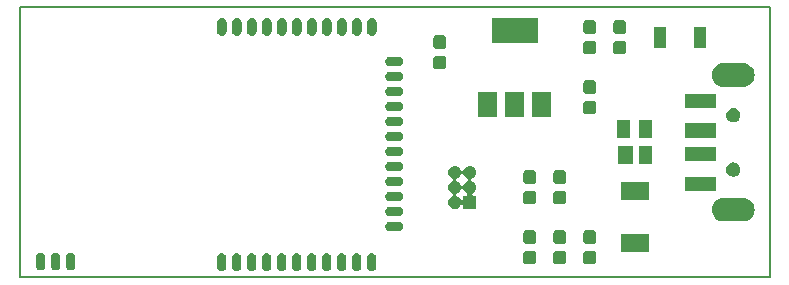
<source format=gbr>
G04 #@! TF.GenerationSoftware,KiCad,Pcbnew,(5.1.5)-3*
G04 #@! TF.CreationDate,2020-03-31T21:34:46+02:00*
G04 #@! TF.ProjectId,cc1352P-dongle,63633133-3532-4502-9d64-6f6e676c652e,rev?*
G04 #@! TF.SameCoordinates,Original*
G04 #@! TF.FileFunction,Soldermask,Top*
G04 #@! TF.FilePolarity,Negative*
%FSLAX46Y46*%
G04 Gerber Fmt 4.6, Leading zero omitted, Abs format (unit mm)*
G04 Created by KiCad (PCBNEW (5.1.5)-3) date 2020-03-31 21:34:46*
%MOMM*%
%LPD*%
G04 APERTURE LIST*
%ADD10C,0.150000*%
%ADD11C,0.100000*%
G04 APERTURE END LIST*
D10*
X66040000Y-71120000D02*
X66040000Y-48260000D01*
X129540000Y-71120000D02*
X66040000Y-71120000D01*
X129540000Y-48260000D02*
X129540000Y-71120000D01*
X66040000Y-48260000D02*
X129540000Y-48260000D01*
D11*
G36*
X95912810Y-69079402D02*
G01*
X95963202Y-69094689D01*
X95988399Y-69102332D01*
X96058062Y-69139568D01*
X96119122Y-69189678D01*
X96169232Y-69250738D01*
X96206468Y-69320401D01*
X96206468Y-69320402D01*
X96229398Y-69395990D01*
X96235200Y-69454902D01*
X96235200Y-70194298D01*
X96229398Y-70253210D01*
X96221878Y-70277998D01*
X96206468Y-70328799D01*
X96169232Y-70398462D01*
X96119122Y-70459522D01*
X96058060Y-70509633D01*
X95988400Y-70546867D01*
X95988397Y-70546868D01*
X95912809Y-70569798D01*
X95834200Y-70577540D01*
X95755590Y-70569798D01*
X95705198Y-70554511D01*
X95680001Y-70546868D01*
X95610338Y-70509632D01*
X95549278Y-70459522D01*
X95499167Y-70398460D01*
X95461933Y-70328800D01*
X95461932Y-70328797D01*
X95439002Y-70253209D01*
X95433200Y-70194297D01*
X95433200Y-69454904D01*
X95439003Y-69395992D01*
X95439003Y-69395990D01*
X95461933Y-69320402D01*
X95461933Y-69320401D01*
X95499169Y-69250738D01*
X95549279Y-69189678D01*
X95610339Y-69139568D01*
X95680002Y-69102332D01*
X95705199Y-69094689D01*
X95755591Y-69079402D01*
X95834200Y-69071660D01*
X95912810Y-69079402D01*
G37*
G36*
X83212810Y-69079402D02*
G01*
X83263202Y-69094689D01*
X83288399Y-69102332D01*
X83358062Y-69139568D01*
X83419122Y-69189678D01*
X83469232Y-69250738D01*
X83506468Y-69320401D01*
X83506468Y-69320402D01*
X83529398Y-69395990D01*
X83535200Y-69454902D01*
X83535200Y-70194298D01*
X83529398Y-70253210D01*
X83521878Y-70277998D01*
X83506468Y-70328799D01*
X83469232Y-70398462D01*
X83419122Y-70459522D01*
X83358060Y-70509633D01*
X83288400Y-70546867D01*
X83288397Y-70546868D01*
X83212809Y-70569798D01*
X83134200Y-70577540D01*
X83055590Y-70569798D01*
X83005198Y-70554511D01*
X82980001Y-70546868D01*
X82910338Y-70509632D01*
X82849278Y-70459522D01*
X82799167Y-70398460D01*
X82761933Y-70328800D01*
X82761932Y-70328797D01*
X82739002Y-70253209D01*
X82733200Y-70194297D01*
X82733200Y-69454904D01*
X82739003Y-69395992D01*
X82739003Y-69395990D01*
X82761933Y-69320402D01*
X82761933Y-69320401D01*
X82799169Y-69250738D01*
X82849279Y-69189678D01*
X82910339Y-69139568D01*
X82980002Y-69102332D01*
X83005199Y-69094689D01*
X83055591Y-69079402D01*
X83134200Y-69071660D01*
X83212810Y-69079402D01*
G37*
G36*
X84482810Y-69079402D02*
G01*
X84533202Y-69094689D01*
X84558399Y-69102332D01*
X84628062Y-69139568D01*
X84689122Y-69189678D01*
X84739232Y-69250738D01*
X84776468Y-69320401D01*
X84776468Y-69320402D01*
X84799398Y-69395990D01*
X84805200Y-69454902D01*
X84805200Y-70194298D01*
X84799398Y-70253210D01*
X84791878Y-70277998D01*
X84776468Y-70328799D01*
X84739232Y-70398462D01*
X84689122Y-70459522D01*
X84628060Y-70509633D01*
X84558400Y-70546867D01*
X84558397Y-70546868D01*
X84482809Y-70569798D01*
X84404200Y-70577540D01*
X84325590Y-70569798D01*
X84275198Y-70554511D01*
X84250001Y-70546868D01*
X84180338Y-70509632D01*
X84119278Y-70459522D01*
X84069167Y-70398460D01*
X84031933Y-70328800D01*
X84031932Y-70328797D01*
X84009002Y-70253209D01*
X84003200Y-70194297D01*
X84003200Y-69454904D01*
X84009003Y-69395992D01*
X84009003Y-69395990D01*
X84031933Y-69320402D01*
X84031933Y-69320401D01*
X84069169Y-69250738D01*
X84119279Y-69189678D01*
X84180339Y-69139568D01*
X84250002Y-69102332D01*
X84275199Y-69094689D01*
X84325591Y-69079402D01*
X84404200Y-69071660D01*
X84482810Y-69079402D01*
G37*
G36*
X85752810Y-69079402D02*
G01*
X85803202Y-69094689D01*
X85828399Y-69102332D01*
X85898062Y-69139568D01*
X85959122Y-69189678D01*
X86009232Y-69250738D01*
X86046468Y-69320401D01*
X86046468Y-69320402D01*
X86069398Y-69395990D01*
X86075200Y-69454902D01*
X86075200Y-70194298D01*
X86069398Y-70253210D01*
X86061878Y-70277998D01*
X86046468Y-70328799D01*
X86009232Y-70398462D01*
X85959122Y-70459522D01*
X85898060Y-70509633D01*
X85828400Y-70546867D01*
X85828397Y-70546868D01*
X85752809Y-70569798D01*
X85674200Y-70577540D01*
X85595590Y-70569798D01*
X85545198Y-70554511D01*
X85520001Y-70546868D01*
X85450338Y-70509632D01*
X85389278Y-70459522D01*
X85339167Y-70398460D01*
X85301933Y-70328800D01*
X85301932Y-70328797D01*
X85279002Y-70253209D01*
X85273200Y-70194297D01*
X85273200Y-69454904D01*
X85279003Y-69395992D01*
X85279003Y-69395990D01*
X85301933Y-69320402D01*
X85301933Y-69320401D01*
X85339169Y-69250738D01*
X85389279Y-69189678D01*
X85450339Y-69139568D01*
X85520002Y-69102332D01*
X85545199Y-69094689D01*
X85595591Y-69079402D01*
X85674200Y-69071660D01*
X85752810Y-69079402D01*
G37*
G36*
X87022810Y-69079402D02*
G01*
X87073202Y-69094689D01*
X87098399Y-69102332D01*
X87168062Y-69139568D01*
X87229122Y-69189678D01*
X87279232Y-69250738D01*
X87316468Y-69320401D01*
X87316468Y-69320402D01*
X87339398Y-69395990D01*
X87345200Y-69454902D01*
X87345200Y-70194298D01*
X87339398Y-70253210D01*
X87331878Y-70277998D01*
X87316468Y-70328799D01*
X87279232Y-70398462D01*
X87229122Y-70459522D01*
X87168060Y-70509633D01*
X87098400Y-70546867D01*
X87098397Y-70546868D01*
X87022809Y-70569798D01*
X86944200Y-70577540D01*
X86865590Y-70569798D01*
X86815198Y-70554511D01*
X86790001Y-70546868D01*
X86720338Y-70509632D01*
X86659278Y-70459522D01*
X86609167Y-70398460D01*
X86571933Y-70328800D01*
X86571932Y-70328797D01*
X86549002Y-70253209D01*
X86543200Y-70194297D01*
X86543200Y-69454904D01*
X86549003Y-69395992D01*
X86549003Y-69395990D01*
X86571933Y-69320402D01*
X86571933Y-69320401D01*
X86609169Y-69250738D01*
X86659279Y-69189678D01*
X86720339Y-69139568D01*
X86790002Y-69102332D01*
X86815199Y-69094689D01*
X86865591Y-69079402D01*
X86944200Y-69071660D01*
X87022810Y-69079402D01*
G37*
G36*
X88292810Y-69079402D02*
G01*
X88343202Y-69094689D01*
X88368399Y-69102332D01*
X88438062Y-69139568D01*
X88499122Y-69189678D01*
X88549232Y-69250738D01*
X88586468Y-69320401D01*
X88586468Y-69320402D01*
X88609398Y-69395990D01*
X88615200Y-69454902D01*
X88615200Y-70194298D01*
X88609398Y-70253210D01*
X88601878Y-70277998D01*
X88586468Y-70328799D01*
X88549232Y-70398462D01*
X88499122Y-70459522D01*
X88438060Y-70509633D01*
X88368400Y-70546867D01*
X88368397Y-70546868D01*
X88292809Y-70569798D01*
X88214200Y-70577540D01*
X88135590Y-70569798D01*
X88085198Y-70554511D01*
X88060001Y-70546868D01*
X87990338Y-70509632D01*
X87929278Y-70459522D01*
X87879167Y-70398460D01*
X87841933Y-70328800D01*
X87841932Y-70328797D01*
X87819002Y-70253209D01*
X87813200Y-70194297D01*
X87813200Y-69454904D01*
X87819003Y-69395992D01*
X87819003Y-69395990D01*
X87841933Y-69320402D01*
X87841933Y-69320401D01*
X87879169Y-69250738D01*
X87929279Y-69189678D01*
X87990339Y-69139568D01*
X88060002Y-69102332D01*
X88085199Y-69094689D01*
X88135591Y-69079402D01*
X88214200Y-69071660D01*
X88292810Y-69079402D01*
G37*
G36*
X90832810Y-69079402D02*
G01*
X90883202Y-69094689D01*
X90908399Y-69102332D01*
X90978062Y-69139568D01*
X91039122Y-69189678D01*
X91089232Y-69250738D01*
X91126468Y-69320401D01*
X91126468Y-69320402D01*
X91149398Y-69395990D01*
X91155200Y-69454902D01*
X91155200Y-70194298D01*
X91149398Y-70253210D01*
X91141878Y-70277998D01*
X91126468Y-70328799D01*
X91089232Y-70398462D01*
X91039122Y-70459522D01*
X90978060Y-70509633D01*
X90908400Y-70546867D01*
X90908397Y-70546868D01*
X90832809Y-70569798D01*
X90754200Y-70577540D01*
X90675590Y-70569798D01*
X90625198Y-70554511D01*
X90600001Y-70546868D01*
X90530338Y-70509632D01*
X90469278Y-70459522D01*
X90419167Y-70398460D01*
X90381933Y-70328800D01*
X90381932Y-70328797D01*
X90359002Y-70253209D01*
X90353200Y-70194297D01*
X90353200Y-69454904D01*
X90359003Y-69395992D01*
X90359003Y-69395990D01*
X90381933Y-69320402D01*
X90381933Y-69320401D01*
X90419169Y-69250738D01*
X90469279Y-69189678D01*
X90530339Y-69139568D01*
X90600002Y-69102332D01*
X90625199Y-69094689D01*
X90675591Y-69079402D01*
X90754200Y-69071660D01*
X90832810Y-69079402D01*
G37*
G36*
X89562810Y-69079402D02*
G01*
X89613202Y-69094689D01*
X89638399Y-69102332D01*
X89708062Y-69139568D01*
X89769122Y-69189678D01*
X89819232Y-69250738D01*
X89856468Y-69320401D01*
X89856468Y-69320402D01*
X89879398Y-69395990D01*
X89885200Y-69454902D01*
X89885200Y-70194298D01*
X89879398Y-70253210D01*
X89871878Y-70277998D01*
X89856468Y-70328799D01*
X89819232Y-70398462D01*
X89769122Y-70459522D01*
X89708060Y-70509633D01*
X89638400Y-70546867D01*
X89638397Y-70546868D01*
X89562809Y-70569798D01*
X89484200Y-70577540D01*
X89405590Y-70569798D01*
X89355198Y-70554511D01*
X89330001Y-70546868D01*
X89260338Y-70509632D01*
X89199278Y-70459522D01*
X89149167Y-70398460D01*
X89111933Y-70328800D01*
X89111932Y-70328797D01*
X89089002Y-70253209D01*
X89083200Y-70194297D01*
X89083200Y-69454904D01*
X89089003Y-69395992D01*
X89089003Y-69395990D01*
X89111933Y-69320402D01*
X89111933Y-69320401D01*
X89149169Y-69250738D01*
X89199279Y-69189678D01*
X89260339Y-69139568D01*
X89330002Y-69102332D01*
X89355199Y-69094689D01*
X89405591Y-69079402D01*
X89484200Y-69071660D01*
X89562810Y-69079402D01*
G37*
G36*
X94642810Y-69079402D02*
G01*
X94693202Y-69094689D01*
X94718399Y-69102332D01*
X94788062Y-69139568D01*
X94849122Y-69189678D01*
X94899232Y-69250738D01*
X94936468Y-69320401D01*
X94936468Y-69320402D01*
X94959398Y-69395990D01*
X94965200Y-69454902D01*
X94965200Y-70194298D01*
X94959398Y-70253210D01*
X94951878Y-70277998D01*
X94936468Y-70328799D01*
X94899232Y-70398462D01*
X94849122Y-70459522D01*
X94788060Y-70509633D01*
X94718400Y-70546867D01*
X94718397Y-70546868D01*
X94642809Y-70569798D01*
X94564200Y-70577540D01*
X94485590Y-70569798D01*
X94435198Y-70554511D01*
X94410001Y-70546868D01*
X94340338Y-70509632D01*
X94279278Y-70459522D01*
X94229167Y-70398460D01*
X94191933Y-70328800D01*
X94191932Y-70328797D01*
X94169002Y-70253209D01*
X94163200Y-70194297D01*
X94163200Y-69454904D01*
X94169003Y-69395992D01*
X94169003Y-69395990D01*
X94191933Y-69320402D01*
X94191933Y-69320401D01*
X94229169Y-69250738D01*
X94279279Y-69189678D01*
X94340339Y-69139568D01*
X94410002Y-69102332D01*
X94435199Y-69094689D01*
X94485591Y-69079402D01*
X94564200Y-69071660D01*
X94642810Y-69079402D01*
G37*
G36*
X93372810Y-69079402D02*
G01*
X93423202Y-69094689D01*
X93448399Y-69102332D01*
X93518062Y-69139568D01*
X93579122Y-69189678D01*
X93629232Y-69250738D01*
X93666468Y-69320401D01*
X93666468Y-69320402D01*
X93689398Y-69395990D01*
X93695200Y-69454902D01*
X93695200Y-70194298D01*
X93689398Y-70253210D01*
X93681878Y-70277998D01*
X93666468Y-70328799D01*
X93629232Y-70398462D01*
X93579122Y-70459522D01*
X93518060Y-70509633D01*
X93448400Y-70546867D01*
X93448397Y-70546868D01*
X93372809Y-70569798D01*
X93294200Y-70577540D01*
X93215590Y-70569798D01*
X93165198Y-70554511D01*
X93140001Y-70546868D01*
X93070338Y-70509632D01*
X93009278Y-70459522D01*
X92959167Y-70398460D01*
X92921933Y-70328800D01*
X92921932Y-70328797D01*
X92899002Y-70253209D01*
X92893200Y-70194297D01*
X92893200Y-69454904D01*
X92899003Y-69395992D01*
X92899003Y-69395990D01*
X92921933Y-69320402D01*
X92921933Y-69320401D01*
X92959169Y-69250738D01*
X93009279Y-69189678D01*
X93070339Y-69139568D01*
X93140002Y-69102332D01*
X93165199Y-69094689D01*
X93215591Y-69079402D01*
X93294200Y-69071660D01*
X93372810Y-69079402D01*
G37*
G36*
X92102810Y-69079402D02*
G01*
X92153202Y-69094689D01*
X92178399Y-69102332D01*
X92248062Y-69139568D01*
X92309122Y-69189678D01*
X92359232Y-69250738D01*
X92396468Y-69320401D01*
X92396468Y-69320402D01*
X92419398Y-69395990D01*
X92425200Y-69454902D01*
X92425200Y-70194298D01*
X92419398Y-70253210D01*
X92411878Y-70277998D01*
X92396468Y-70328799D01*
X92359232Y-70398462D01*
X92309122Y-70459522D01*
X92248060Y-70509633D01*
X92178400Y-70546867D01*
X92178397Y-70546868D01*
X92102809Y-70569798D01*
X92024200Y-70577540D01*
X91945590Y-70569798D01*
X91895198Y-70554511D01*
X91870001Y-70546868D01*
X91800338Y-70509632D01*
X91739278Y-70459522D01*
X91689167Y-70398460D01*
X91651933Y-70328800D01*
X91651932Y-70328797D01*
X91629002Y-70253209D01*
X91623200Y-70194297D01*
X91623200Y-69454904D01*
X91629003Y-69395992D01*
X91629003Y-69395990D01*
X91651933Y-69320402D01*
X91651933Y-69320401D01*
X91689169Y-69250738D01*
X91739279Y-69189678D01*
X91800339Y-69139568D01*
X91870002Y-69102332D01*
X91895199Y-69094689D01*
X91945591Y-69079402D01*
X92024200Y-69071660D01*
X92102810Y-69079402D01*
G37*
G36*
X70436610Y-69028602D02*
G01*
X70487002Y-69043889D01*
X70512199Y-69051532D01*
X70581862Y-69088768D01*
X70642922Y-69138878D01*
X70693032Y-69199938D01*
X70730268Y-69269601D01*
X70730268Y-69269602D01*
X70753198Y-69345190D01*
X70759000Y-69404102D01*
X70759000Y-70143498D01*
X70753198Y-70202410D01*
X70737911Y-70252802D01*
X70730268Y-70277999D01*
X70693032Y-70347662D01*
X70642922Y-70408722D01*
X70581860Y-70458833D01*
X70512200Y-70496067D01*
X70512197Y-70496068D01*
X70436609Y-70518998D01*
X70358000Y-70526740D01*
X70279390Y-70518998D01*
X70228998Y-70503711D01*
X70203801Y-70496068D01*
X70134138Y-70458832D01*
X70073078Y-70408722D01*
X70022967Y-70347660D01*
X69985733Y-70278000D01*
X69978213Y-70253210D01*
X69962802Y-70202409D01*
X69957000Y-70143497D01*
X69957000Y-69404104D01*
X69962803Y-69345192D01*
X69962803Y-69345190D01*
X69985733Y-69269602D01*
X69985733Y-69269601D01*
X70022969Y-69199938D01*
X70073079Y-69138878D01*
X70134139Y-69088768D01*
X70203802Y-69051532D01*
X70228999Y-69043889D01*
X70279391Y-69028602D01*
X70358000Y-69020860D01*
X70436610Y-69028602D01*
G37*
G36*
X69166610Y-69028602D02*
G01*
X69217002Y-69043889D01*
X69242199Y-69051532D01*
X69311862Y-69088768D01*
X69372922Y-69138878D01*
X69423032Y-69199938D01*
X69460268Y-69269601D01*
X69460268Y-69269602D01*
X69483198Y-69345190D01*
X69489000Y-69404102D01*
X69489000Y-70143498D01*
X69483198Y-70202410D01*
X69467911Y-70252802D01*
X69460268Y-70277999D01*
X69423032Y-70347662D01*
X69372922Y-70408722D01*
X69311860Y-70458833D01*
X69242200Y-70496067D01*
X69242197Y-70496068D01*
X69166609Y-70518998D01*
X69088000Y-70526740D01*
X69009390Y-70518998D01*
X68958998Y-70503711D01*
X68933801Y-70496068D01*
X68864138Y-70458832D01*
X68803078Y-70408722D01*
X68752967Y-70347660D01*
X68715733Y-70278000D01*
X68708213Y-70253210D01*
X68692802Y-70202409D01*
X68687000Y-70143497D01*
X68687000Y-69404104D01*
X68692803Y-69345192D01*
X68692803Y-69345190D01*
X68715733Y-69269602D01*
X68715733Y-69269601D01*
X68752969Y-69199938D01*
X68803079Y-69138878D01*
X68864139Y-69088768D01*
X68933802Y-69051532D01*
X68958999Y-69043889D01*
X69009391Y-69028602D01*
X69088000Y-69020860D01*
X69166610Y-69028602D01*
G37*
G36*
X67896610Y-69028602D02*
G01*
X67947002Y-69043889D01*
X67972199Y-69051532D01*
X68041862Y-69088768D01*
X68102922Y-69138878D01*
X68153032Y-69199938D01*
X68190268Y-69269601D01*
X68190268Y-69269602D01*
X68213198Y-69345190D01*
X68219000Y-69404102D01*
X68219000Y-70143498D01*
X68213198Y-70202410D01*
X68197911Y-70252802D01*
X68190268Y-70277999D01*
X68153032Y-70347662D01*
X68102922Y-70408722D01*
X68041860Y-70458833D01*
X67972200Y-70496067D01*
X67972197Y-70496068D01*
X67896609Y-70518998D01*
X67818000Y-70526740D01*
X67739390Y-70518998D01*
X67688998Y-70503711D01*
X67663801Y-70496068D01*
X67594138Y-70458832D01*
X67533078Y-70408722D01*
X67482967Y-70347660D01*
X67445733Y-70278000D01*
X67438213Y-70253210D01*
X67422802Y-70202409D01*
X67417000Y-70143497D01*
X67417000Y-69404104D01*
X67422803Y-69345192D01*
X67422803Y-69345190D01*
X67445733Y-69269602D01*
X67445733Y-69269601D01*
X67482969Y-69199938D01*
X67533079Y-69138878D01*
X67594139Y-69088768D01*
X67663802Y-69051532D01*
X67688999Y-69043889D01*
X67739391Y-69028602D01*
X67818000Y-69020860D01*
X67896610Y-69028602D01*
G37*
G36*
X112124499Y-68883445D02*
G01*
X112161995Y-68894820D01*
X112196554Y-68913292D01*
X112226847Y-68938153D01*
X112251708Y-68968446D01*
X112270180Y-69003005D01*
X112281555Y-69040501D01*
X112286000Y-69085638D01*
X112286000Y-69824362D01*
X112281555Y-69869499D01*
X112270180Y-69906995D01*
X112251708Y-69941554D01*
X112226847Y-69971847D01*
X112196554Y-69996708D01*
X112161995Y-70015180D01*
X112124499Y-70026555D01*
X112079362Y-70031000D01*
X111440638Y-70031000D01*
X111395501Y-70026555D01*
X111358005Y-70015180D01*
X111323446Y-69996708D01*
X111293153Y-69971847D01*
X111268292Y-69941554D01*
X111249820Y-69906995D01*
X111238445Y-69869499D01*
X111234000Y-69824362D01*
X111234000Y-69085638D01*
X111238445Y-69040501D01*
X111249820Y-69003005D01*
X111268292Y-68968446D01*
X111293153Y-68938153D01*
X111323446Y-68913292D01*
X111358005Y-68894820D01*
X111395501Y-68883445D01*
X111440638Y-68879000D01*
X112079362Y-68879000D01*
X112124499Y-68883445D01*
G37*
G36*
X114664499Y-68883445D02*
G01*
X114701995Y-68894820D01*
X114736554Y-68913292D01*
X114766847Y-68938153D01*
X114791708Y-68968446D01*
X114810180Y-69003005D01*
X114821555Y-69040501D01*
X114826000Y-69085638D01*
X114826000Y-69824362D01*
X114821555Y-69869499D01*
X114810180Y-69906995D01*
X114791708Y-69941554D01*
X114766847Y-69971847D01*
X114736554Y-69996708D01*
X114701995Y-70015180D01*
X114664499Y-70026555D01*
X114619362Y-70031000D01*
X113980638Y-70031000D01*
X113935501Y-70026555D01*
X113898005Y-70015180D01*
X113863446Y-69996708D01*
X113833153Y-69971847D01*
X113808292Y-69941554D01*
X113789820Y-69906995D01*
X113778445Y-69869499D01*
X113774000Y-69824362D01*
X113774000Y-69085638D01*
X113778445Y-69040501D01*
X113789820Y-69003005D01*
X113808292Y-68968446D01*
X113833153Y-68938153D01*
X113863446Y-68913292D01*
X113898005Y-68894820D01*
X113935501Y-68883445D01*
X113980638Y-68879000D01*
X114619362Y-68879000D01*
X114664499Y-68883445D01*
G37*
G36*
X109584499Y-68883445D02*
G01*
X109621995Y-68894820D01*
X109656554Y-68913292D01*
X109686847Y-68938153D01*
X109711708Y-68968446D01*
X109730180Y-69003005D01*
X109741555Y-69040501D01*
X109746000Y-69085638D01*
X109746000Y-69824362D01*
X109741555Y-69869499D01*
X109730180Y-69906995D01*
X109711708Y-69941554D01*
X109686847Y-69971847D01*
X109656554Y-69996708D01*
X109621995Y-70015180D01*
X109584499Y-70026555D01*
X109539362Y-70031000D01*
X108900638Y-70031000D01*
X108855501Y-70026555D01*
X108818005Y-70015180D01*
X108783446Y-69996708D01*
X108753153Y-69971847D01*
X108728292Y-69941554D01*
X108709820Y-69906995D01*
X108698445Y-69869499D01*
X108694000Y-69824362D01*
X108694000Y-69085638D01*
X108698445Y-69040501D01*
X108709820Y-69003005D01*
X108728292Y-68968446D01*
X108753153Y-68938153D01*
X108783446Y-68913292D01*
X108818005Y-68894820D01*
X108855501Y-68883445D01*
X108900638Y-68879000D01*
X109539362Y-68879000D01*
X109584499Y-68883445D01*
G37*
G36*
X119311000Y-68991000D02*
G01*
X116909000Y-68991000D01*
X116909000Y-67489000D01*
X119311000Y-67489000D01*
X119311000Y-68991000D01*
G37*
G36*
X114664499Y-67133445D02*
G01*
X114701995Y-67144820D01*
X114736554Y-67163292D01*
X114766847Y-67188153D01*
X114791708Y-67218446D01*
X114810180Y-67253005D01*
X114821555Y-67290501D01*
X114826000Y-67335638D01*
X114826000Y-68074362D01*
X114821555Y-68119499D01*
X114810180Y-68156995D01*
X114791708Y-68191554D01*
X114766847Y-68221847D01*
X114736554Y-68246708D01*
X114701995Y-68265180D01*
X114664499Y-68276555D01*
X114619362Y-68281000D01*
X113980638Y-68281000D01*
X113935501Y-68276555D01*
X113898005Y-68265180D01*
X113863446Y-68246708D01*
X113833153Y-68221847D01*
X113808292Y-68191554D01*
X113789820Y-68156995D01*
X113778445Y-68119499D01*
X113774000Y-68074362D01*
X113774000Y-67335638D01*
X113778445Y-67290501D01*
X113789820Y-67253005D01*
X113808292Y-67218446D01*
X113833153Y-67188153D01*
X113863446Y-67163292D01*
X113898005Y-67144820D01*
X113935501Y-67133445D01*
X113980638Y-67129000D01*
X114619362Y-67129000D01*
X114664499Y-67133445D01*
G37*
G36*
X112124499Y-67133445D02*
G01*
X112161995Y-67144820D01*
X112196554Y-67163292D01*
X112226847Y-67188153D01*
X112251708Y-67218446D01*
X112270180Y-67253005D01*
X112281555Y-67290501D01*
X112286000Y-67335638D01*
X112286000Y-68074362D01*
X112281555Y-68119499D01*
X112270180Y-68156995D01*
X112251708Y-68191554D01*
X112226847Y-68221847D01*
X112196554Y-68246708D01*
X112161995Y-68265180D01*
X112124499Y-68276555D01*
X112079362Y-68281000D01*
X111440638Y-68281000D01*
X111395501Y-68276555D01*
X111358005Y-68265180D01*
X111323446Y-68246708D01*
X111293153Y-68221847D01*
X111268292Y-68191554D01*
X111249820Y-68156995D01*
X111238445Y-68119499D01*
X111234000Y-68074362D01*
X111234000Y-67335638D01*
X111238445Y-67290501D01*
X111249820Y-67253005D01*
X111268292Y-67218446D01*
X111293153Y-67188153D01*
X111323446Y-67163292D01*
X111358005Y-67144820D01*
X111395501Y-67133445D01*
X111440638Y-67129000D01*
X112079362Y-67129000D01*
X112124499Y-67133445D01*
G37*
G36*
X109584499Y-67133445D02*
G01*
X109621995Y-67144820D01*
X109656554Y-67163292D01*
X109686847Y-67188153D01*
X109711708Y-67218446D01*
X109730180Y-67253005D01*
X109741555Y-67290501D01*
X109746000Y-67335638D01*
X109746000Y-68074362D01*
X109741555Y-68119499D01*
X109730180Y-68156995D01*
X109711708Y-68191554D01*
X109686847Y-68221847D01*
X109656554Y-68246708D01*
X109621995Y-68265180D01*
X109584499Y-68276555D01*
X109539362Y-68281000D01*
X108900638Y-68281000D01*
X108855501Y-68276555D01*
X108818005Y-68265180D01*
X108783446Y-68246708D01*
X108753153Y-68221847D01*
X108728292Y-68191554D01*
X108709820Y-68156995D01*
X108698445Y-68119499D01*
X108694000Y-68074362D01*
X108694000Y-67335638D01*
X108698445Y-67290501D01*
X108709820Y-67253005D01*
X108728292Y-67218446D01*
X108753153Y-67188153D01*
X108783446Y-67163292D01*
X108818005Y-67144820D01*
X108855501Y-67133445D01*
X108900638Y-67129000D01*
X109539362Y-67129000D01*
X109584499Y-67133445D01*
G37*
G36*
X98128535Y-66402934D02*
G01*
X98167810Y-66406802D01*
X98218202Y-66422089D01*
X98243399Y-66429732D01*
X98313062Y-66466968D01*
X98374122Y-66517078D01*
X98424232Y-66578138D01*
X98461468Y-66647801D01*
X98461468Y-66647802D01*
X98484398Y-66723390D01*
X98492140Y-66802000D01*
X98484398Y-66880610D01*
X98469111Y-66931002D01*
X98461468Y-66956199D01*
X98424232Y-67025862D01*
X98374122Y-67086922D01*
X98313062Y-67137032D01*
X98243399Y-67174268D01*
X98218202Y-67181911D01*
X98167810Y-67197198D01*
X98128535Y-67201066D01*
X98108899Y-67203000D01*
X97369501Y-67203000D01*
X97349865Y-67201066D01*
X97310590Y-67197198D01*
X97260198Y-67181911D01*
X97235001Y-67174268D01*
X97165338Y-67137032D01*
X97104278Y-67086922D01*
X97054168Y-67025862D01*
X97016932Y-66956199D01*
X97009289Y-66931002D01*
X96994002Y-66880610D01*
X96986260Y-66802000D01*
X96994002Y-66723390D01*
X97016932Y-66647802D01*
X97016932Y-66647801D01*
X97054168Y-66578138D01*
X97104278Y-66517078D01*
X97165338Y-66466968D01*
X97235001Y-66429732D01*
X97260198Y-66422089D01*
X97310590Y-66406802D01*
X97349865Y-66402934D01*
X97369501Y-66401000D01*
X98108899Y-66401000D01*
X98128535Y-66402934D01*
G37*
G36*
X127446228Y-64403483D02*
G01*
X127634922Y-64460723D01*
X127808815Y-64553671D01*
X127961239Y-64678761D01*
X128086329Y-64831185D01*
X128179277Y-65005078D01*
X128236517Y-65193772D01*
X128255843Y-65390000D01*
X128236517Y-65586228D01*
X128179277Y-65774922D01*
X128086329Y-65948815D01*
X127961239Y-66101239D01*
X127808815Y-66226329D01*
X127634922Y-66319277D01*
X127446228Y-66376517D01*
X127299175Y-66391000D01*
X125600825Y-66391000D01*
X125453772Y-66376517D01*
X125265078Y-66319277D01*
X125091185Y-66226329D01*
X124938761Y-66101239D01*
X124813671Y-65948815D01*
X124720723Y-65774922D01*
X124663483Y-65586228D01*
X124644157Y-65390000D01*
X124663483Y-65193772D01*
X124720723Y-65005078D01*
X124813671Y-64831185D01*
X124938761Y-64678761D01*
X125091185Y-64553671D01*
X125265078Y-64460723D01*
X125453772Y-64403483D01*
X125600825Y-64389000D01*
X127299175Y-64389000D01*
X127446228Y-64403483D01*
G37*
G36*
X98128535Y-65132934D02*
G01*
X98167810Y-65136802D01*
X98218202Y-65152089D01*
X98243399Y-65159732D01*
X98313062Y-65196968D01*
X98374122Y-65247078D01*
X98424232Y-65308138D01*
X98461468Y-65377801D01*
X98461468Y-65377802D01*
X98484398Y-65453390D01*
X98492140Y-65532000D01*
X98484398Y-65610610D01*
X98469111Y-65661002D01*
X98461468Y-65686199D01*
X98424232Y-65755862D01*
X98374122Y-65816922D01*
X98313062Y-65867032D01*
X98243399Y-65904268D01*
X98218202Y-65911911D01*
X98167810Y-65927198D01*
X98128535Y-65931066D01*
X98108899Y-65933000D01*
X97369501Y-65933000D01*
X97349865Y-65931066D01*
X97310590Y-65927198D01*
X97260198Y-65911911D01*
X97235001Y-65904268D01*
X97165338Y-65867032D01*
X97104278Y-65816922D01*
X97054168Y-65755862D01*
X97016932Y-65686199D01*
X97009289Y-65661002D01*
X96994002Y-65610610D01*
X96986260Y-65532000D01*
X96994002Y-65453390D01*
X97016932Y-65377802D01*
X97016932Y-65377801D01*
X97054168Y-65308138D01*
X97104278Y-65247078D01*
X97165338Y-65196968D01*
X97235001Y-65159732D01*
X97260198Y-65152089D01*
X97310590Y-65136802D01*
X97349865Y-65132934D01*
X97369501Y-65131000D01*
X98108899Y-65131000D01*
X98128535Y-65132934D01*
G37*
G36*
X103030721Y-61700174D02*
G01*
X103130995Y-61741709D01*
X103130996Y-61741710D01*
X103221242Y-61802010D01*
X103297990Y-61878758D01*
X103297991Y-61878760D01*
X103358291Y-61969005D01*
X103389516Y-62044389D01*
X103401067Y-62066000D01*
X103416612Y-62084941D01*
X103435554Y-62100487D01*
X103457165Y-62112038D01*
X103480614Y-62119151D01*
X103505000Y-62121553D01*
X103529386Y-62119151D01*
X103552835Y-62112038D01*
X103574446Y-62100487D01*
X103593387Y-62084942D01*
X103608933Y-62066000D01*
X103620484Y-62044389D01*
X103651709Y-61969005D01*
X103712009Y-61878760D01*
X103712010Y-61878758D01*
X103788758Y-61802010D01*
X103879004Y-61741710D01*
X103879005Y-61741709D01*
X103979279Y-61700174D01*
X104085730Y-61679000D01*
X104194270Y-61679000D01*
X104300721Y-61700174D01*
X104400995Y-61741709D01*
X104400996Y-61741710D01*
X104491242Y-61802010D01*
X104567990Y-61878758D01*
X104567991Y-61878760D01*
X104628291Y-61969005D01*
X104669826Y-62069279D01*
X104691000Y-62175730D01*
X104691000Y-62284270D01*
X104669826Y-62390721D01*
X104628291Y-62490995D01*
X104628290Y-62490996D01*
X104567990Y-62581242D01*
X104491242Y-62657990D01*
X104445812Y-62688345D01*
X104400995Y-62718291D01*
X104325611Y-62749516D01*
X104304000Y-62761067D01*
X104285059Y-62776612D01*
X104269513Y-62795554D01*
X104257962Y-62817165D01*
X104250849Y-62840614D01*
X104248447Y-62865000D01*
X104250849Y-62889386D01*
X104257962Y-62912835D01*
X104269513Y-62934446D01*
X104285058Y-62953387D01*
X104304000Y-62968933D01*
X104325611Y-62980484D01*
X104400995Y-63011709D01*
X104445812Y-63041655D01*
X104491242Y-63072010D01*
X104567990Y-63148758D01*
X104567991Y-63148760D01*
X104628291Y-63239005D01*
X104669826Y-63339279D01*
X104691000Y-63445730D01*
X104691000Y-63554270D01*
X104669826Y-63660721D01*
X104628291Y-63760995D01*
X104628290Y-63760996D01*
X104567990Y-63851242D01*
X104491242Y-63927990D01*
X104459816Y-63948988D01*
X104398336Y-63990068D01*
X104379394Y-64005614D01*
X104363849Y-64024556D01*
X104352298Y-64046167D01*
X104345185Y-64069615D01*
X104342783Y-64094002D01*
X104345185Y-64118388D01*
X104352298Y-64141837D01*
X104363849Y-64163447D01*
X104379395Y-64182389D01*
X104398337Y-64197934D01*
X104419948Y-64209485D01*
X104443396Y-64216598D01*
X104467782Y-64219000D01*
X104691000Y-64219000D01*
X104691000Y-65321000D01*
X103589000Y-65321000D01*
X103589000Y-65097782D01*
X103586598Y-65073396D01*
X103579485Y-65049947D01*
X103567934Y-65028336D01*
X103552389Y-65009394D01*
X103533447Y-64993849D01*
X103511836Y-64982298D01*
X103488387Y-64975185D01*
X103464001Y-64972783D01*
X103439615Y-64975185D01*
X103416166Y-64982298D01*
X103394555Y-64993849D01*
X103375613Y-65009394D01*
X103360068Y-65028336D01*
X103318988Y-65089816D01*
X103297990Y-65121242D01*
X103221242Y-65197990D01*
X103175812Y-65228345D01*
X103130995Y-65258291D01*
X103030721Y-65299826D01*
X102924270Y-65321000D01*
X102815730Y-65321000D01*
X102709279Y-65299826D01*
X102609005Y-65258291D01*
X102564188Y-65228345D01*
X102518758Y-65197990D01*
X102442010Y-65121242D01*
X102410041Y-65073396D01*
X102381709Y-65030995D01*
X102340174Y-64930721D01*
X102319000Y-64824270D01*
X102319000Y-64715730D01*
X102340174Y-64609279D01*
X102381709Y-64509005D01*
X102442009Y-64418760D01*
X102442010Y-64418758D01*
X102518758Y-64342010D01*
X102609004Y-64281710D01*
X102609005Y-64281709D01*
X102684389Y-64250484D01*
X102706000Y-64238933D01*
X102724941Y-64223388D01*
X102740487Y-64204446D01*
X102752038Y-64182835D01*
X102759151Y-64159386D01*
X102761553Y-64135000D01*
X102978447Y-64135000D01*
X102980849Y-64159386D01*
X102987962Y-64182835D01*
X102999513Y-64204446D01*
X103015058Y-64223387D01*
X103034000Y-64238933D01*
X103055611Y-64250484D01*
X103130995Y-64281709D01*
X103130996Y-64281710D01*
X103221242Y-64342010D01*
X103297990Y-64418758D01*
X103297991Y-64418760D01*
X103360068Y-64511664D01*
X103375614Y-64530606D01*
X103394556Y-64546151D01*
X103416167Y-64557702D01*
X103439615Y-64564815D01*
X103464002Y-64567217D01*
X103488388Y-64564815D01*
X103511837Y-64557702D01*
X103533447Y-64546151D01*
X103552389Y-64530605D01*
X103567934Y-64511663D01*
X103579485Y-64490052D01*
X103586598Y-64466604D01*
X103589000Y-64442218D01*
X103589000Y-64219000D01*
X103812218Y-64219000D01*
X103836604Y-64216598D01*
X103860053Y-64209485D01*
X103881664Y-64197934D01*
X103900606Y-64182389D01*
X103916151Y-64163447D01*
X103927702Y-64141836D01*
X103934815Y-64118387D01*
X103937217Y-64094001D01*
X103934815Y-64069615D01*
X103927702Y-64046166D01*
X103916151Y-64024555D01*
X103900606Y-64005613D01*
X103881664Y-63990068D01*
X103820184Y-63948988D01*
X103788758Y-63927990D01*
X103712010Y-63851242D01*
X103651710Y-63760996D01*
X103651709Y-63760995D01*
X103620484Y-63685611D01*
X103608933Y-63664000D01*
X103593388Y-63645059D01*
X103574446Y-63629513D01*
X103552835Y-63617962D01*
X103529386Y-63610849D01*
X103505000Y-63608447D01*
X103480614Y-63610849D01*
X103457165Y-63617962D01*
X103435554Y-63629513D01*
X103416613Y-63645058D01*
X103401067Y-63664000D01*
X103389516Y-63685611D01*
X103358291Y-63760995D01*
X103358290Y-63760996D01*
X103297990Y-63851242D01*
X103221242Y-63927990D01*
X103175812Y-63958345D01*
X103130995Y-63988291D01*
X103055611Y-64019516D01*
X103034000Y-64031067D01*
X103015059Y-64046612D01*
X102999513Y-64065554D01*
X102987962Y-64087165D01*
X102980849Y-64110614D01*
X102978447Y-64135000D01*
X102761553Y-64135000D01*
X102759151Y-64110614D01*
X102752038Y-64087165D01*
X102740487Y-64065554D01*
X102724942Y-64046613D01*
X102706000Y-64031067D01*
X102684389Y-64019516D01*
X102609005Y-63988291D01*
X102564188Y-63958345D01*
X102518758Y-63927990D01*
X102442010Y-63851242D01*
X102381710Y-63760996D01*
X102381709Y-63760995D01*
X102340174Y-63660721D01*
X102319000Y-63554270D01*
X102319000Y-63445730D01*
X102340174Y-63339279D01*
X102381709Y-63239005D01*
X102442009Y-63148760D01*
X102442010Y-63148758D01*
X102518758Y-63072010D01*
X102564188Y-63041655D01*
X102609005Y-63011709D01*
X102684389Y-62980484D01*
X102706000Y-62968933D01*
X102724941Y-62953388D01*
X102740487Y-62934446D01*
X102752038Y-62912835D01*
X102759151Y-62889386D01*
X102761553Y-62865000D01*
X102978447Y-62865000D01*
X102980849Y-62889386D01*
X102987962Y-62912835D01*
X102999513Y-62934446D01*
X103015058Y-62953387D01*
X103034000Y-62968933D01*
X103055611Y-62980484D01*
X103130995Y-63011709D01*
X103175812Y-63041655D01*
X103221242Y-63072010D01*
X103297990Y-63148758D01*
X103297991Y-63148760D01*
X103358291Y-63239005D01*
X103389516Y-63314389D01*
X103401067Y-63336000D01*
X103416612Y-63354941D01*
X103435554Y-63370487D01*
X103457165Y-63382038D01*
X103480614Y-63389151D01*
X103505000Y-63391553D01*
X103529386Y-63389151D01*
X103552835Y-63382038D01*
X103574446Y-63370487D01*
X103593387Y-63354942D01*
X103608933Y-63336000D01*
X103620484Y-63314389D01*
X103651709Y-63239005D01*
X103712009Y-63148760D01*
X103712010Y-63148758D01*
X103788758Y-63072010D01*
X103834188Y-63041655D01*
X103879005Y-63011709D01*
X103954389Y-62980484D01*
X103976000Y-62968933D01*
X103994941Y-62953388D01*
X104010487Y-62934446D01*
X104022038Y-62912835D01*
X104029151Y-62889386D01*
X104031553Y-62865000D01*
X104029151Y-62840614D01*
X104022038Y-62817165D01*
X104010487Y-62795554D01*
X103994942Y-62776613D01*
X103976000Y-62761067D01*
X103954389Y-62749516D01*
X103879005Y-62718291D01*
X103834188Y-62688345D01*
X103788758Y-62657990D01*
X103712010Y-62581242D01*
X103651710Y-62490996D01*
X103651709Y-62490995D01*
X103620484Y-62415611D01*
X103608933Y-62394000D01*
X103593388Y-62375059D01*
X103574446Y-62359513D01*
X103552835Y-62347962D01*
X103529386Y-62340849D01*
X103505000Y-62338447D01*
X103480614Y-62340849D01*
X103457165Y-62347962D01*
X103435554Y-62359513D01*
X103416613Y-62375058D01*
X103401067Y-62394000D01*
X103389516Y-62415611D01*
X103358291Y-62490995D01*
X103358290Y-62490996D01*
X103297990Y-62581242D01*
X103221242Y-62657990D01*
X103175812Y-62688345D01*
X103130995Y-62718291D01*
X103055611Y-62749516D01*
X103034000Y-62761067D01*
X103015059Y-62776612D01*
X102999513Y-62795554D01*
X102987962Y-62817165D01*
X102980849Y-62840614D01*
X102978447Y-62865000D01*
X102761553Y-62865000D01*
X102759151Y-62840614D01*
X102752038Y-62817165D01*
X102740487Y-62795554D01*
X102724942Y-62776613D01*
X102706000Y-62761067D01*
X102684389Y-62749516D01*
X102609005Y-62718291D01*
X102564188Y-62688345D01*
X102518758Y-62657990D01*
X102442010Y-62581242D01*
X102381710Y-62490996D01*
X102381709Y-62490995D01*
X102340174Y-62390721D01*
X102319000Y-62284270D01*
X102319000Y-62175730D01*
X102340174Y-62069279D01*
X102381709Y-61969005D01*
X102442009Y-61878760D01*
X102442010Y-61878758D01*
X102518758Y-61802010D01*
X102609004Y-61741710D01*
X102609005Y-61741709D01*
X102709279Y-61700174D01*
X102815730Y-61679000D01*
X102924270Y-61679000D01*
X103030721Y-61700174D01*
G37*
G36*
X109584499Y-63803445D02*
G01*
X109621995Y-63814820D01*
X109656554Y-63833292D01*
X109686847Y-63858153D01*
X109711708Y-63888446D01*
X109730180Y-63923005D01*
X109741555Y-63960501D01*
X109746000Y-64005638D01*
X109746000Y-64744362D01*
X109741555Y-64789499D01*
X109730180Y-64826995D01*
X109711708Y-64861554D01*
X109686847Y-64891847D01*
X109656554Y-64916708D01*
X109621995Y-64935180D01*
X109584499Y-64946555D01*
X109539362Y-64951000D01*
X108900638Y-64951000D01*
X108855501Y-64946555D01*
X108818005Y-64935180D01*
X108783446Y-64916708D01*
X108753153Y-64891847D01*
X108728292Y-64861554D01*
X108709820Y-64826995D01*
X108698445Y-64789499D01*
X108694000Y-64744362D01*
X108694000Y-64005638D01*
X108698445Y-63960501D01*
X108709820Y-63923005D01*
X108728292Y-63888446D01*
X108753153Y-63858153D01*
X108783446Y-63833292D01*
X108818005Y-63814820D01*
X108855501Y-63803445D01*
X108900638Y-63799000D01*
X109539362Y-63799000D01*
X109584499Y-63803445D01*
G37*
G36*
X112124499Y-63803445D02*
G01*
X112161995Y-63814820D01*
X112196554Y-63833292D01*
X112226847Y-63858153D01*
X112251708Y-63888446D01*
X112270180Y-63923005D01*
X112281555Y-63960501D01*
X112286000Y-64005638D01*
X112286000Y-64744362D01*
X112281555Y-64789499D01*
X112270180Y-64826995D01*
X112251708Y-64861554D01*
X112226847Y-64891847D01*
X112196554Y-64916708D01*
X112161995Y-64935180D01*
X112124499Y-64946555D01*
X112079362Y-64951000D01*
X111440638Y-64951000D01*
X111395501Y-64946555D01*
X111358005Y-64935180D01*
X111323446Y-64916708D01*
X111293153Y-64891847D01*
X111268292Y-64861554D01*
X111249820Y-64826995D01*
X111238445Y-64789499D01*
X111234000Y-64744362D01*
X111234000Y-64005638D01*
X111238445Y-63960501D01*
X111249820Y-63923005D01*
X111268292Y-63888446D01*
X111293153Y-63858153D01*
X111323446Y-63833292D01*
X111358005Y-63814820D01*
X111395501Y-63803445D01*
X111440638Y-63799000D01*
X112079362Y-63799000D01*
X112124499Y-63803445D01*
G37*
G36*
X98128535Y-63862934D02*
G01*
X98167810Y-63866802D01*
X98218202Y-63882089D01*
X98243399Y-63889732D01*
X98313062Y-63926968D01*
X98374122Y-63977078D01*
X98424232Y-64038138D01*
X98461468Y-64107801D01*
X98461468Y-64107802D01*
X98484398Y-64183390D01*
X98492140Y-64262000D01*
X98484398Y-64340610D01*
X98483973Y-64342010D01*
X98461468Y-64416199D01*
X98424232Y-64485862D01*
X98374122Y-64546922D01*
X98313062Y-64597032D01*
X98243399Y-64634268D01*
X98218202Y-64641911D01*
X98167810Y-64657198D01*
X98128535Y-64661066D01*
X98108899Y-64663000D01*
X97369501Y-64663000D01*
X97349865Y-64661066D01*
X97310590Y-64657198D01*
X97260198Y-64641911D01*
X97235001Y-64634268D01*
X97165338Y-64597032D01*
X97104278Y-64546922D01*
X97054168Y-64485862D01*
X97016932Y-64416199D01*
X96994427Y-64342010D01*
X96994002Y-64340610D01*
X96986260Y-64262000D01*
X96994002Y-64183390D01*
X97016932Y-64107802D01*
X97016932Y-64107801D01*
X97054168Y-64038138D01*
X97104278Y-63977078D01*
X97165338Y-63926968D01*
X97235001Y-63889732D01*
X97260198Y-63882089D01*
X97310590Y-63866802D01*
X97349865Y-63862934D01*
X97369501Y-63861000D01*
X98108899Y-63861000D01*
X98128535Y-63862934D01*
G37*
G36*
X119311000Y-64591000D02*
G01*
X116909000Y-64591000D01*
X116909000Y-63089000D01*
X119311000Y-63089000D01*
X119311000Y-64591000D01*
G37*
G36*
X125001000Y-63791000D02*
G01*
X122399000Y-63791000D01*
X122399000Y-62589000D01*
X125001000Y-62589000D01*
X125001000Y-63791000D01*
G37*
G36*
X98128535Y-62592934D02*
G01*
X98167810Y-62596802D01*
X98218202Y-62612089D01*
X98243399Y-62619732D01*
X98313062Y-62656968D01*
X98374122Y-62707078D01*
X98424232Y-62768138D01*
X98461468Y-62837801D01*
X98461468Y-62837802D01*
X98484398Y-62913390D01*
X98492140Y-62992000D01*
X98484398Y-63070610D01*
X98483973Y-63072010D01*
X98461468Y-63146199D01*
X98424232Y-63215862D01*
X98374122Y-63276922D01*
X98313062Y-63327032D01*
X98243399Y-63364268D01*
X98222897Y-63370487D01*
X98167810Y-63387198D01*
X98128535Y-63391066D01*
X98108899Y-63393000D01*
X97369501Y-63393000D01*
X97349865Y-63391066D01*
X97310590Y-63387198D01*
X97255503Y-63370487D01*
X97235001Y-63364268D01*
X97165338Y-63327032D01*
X97104278Y-63276922D01*
X97054168Y-63215862D01*
X97016932Y-63146199D01*
X96994427Y-63072010D01*
X96994002Y-63070610D01*
X96986260Y-62992000D01*
X96994002Y-62913390D01*
X97016932Y-62837802D01*
X97016932Y-62837801D01*
X97054168Y-62768138D01*
X97104278Y-62707078D01*
X97165338Y-62656968D01*
X97235001Y-62619732D01*
X97260198Y-62612089D01*
X97310590Y-62596802D01*
X97349865Y-62592934D01*
X97369501Y-62591000D01*
X98108899Y-62591000D01*
X98128535Y-62592934D01*
G37*
G36*
X112124499Y-62053445D02*
G01*
X112161995Y-62064820D01*
X112196554Y-62083292D01*
X112226847Y-62108153D01*
X112251708Y-62138446D01*
X112270180Y-62173005D01*
X112281555Y-62210501D01*
X112286000Y-62255638D01*
X112286000Y-62994362D01*
X112281555Y-63039499D01*
X112270180Y-63076995D01*
X112251708Y-63111554D01*
X112226847Y-63141847D01*
X112196554Y-63166708D01*
X112161995Y-63185180D01*
X112124499Y-63196555D01*
X112079362Y-63201000D01*
X111440638Y-63201000D01*
X111395501Y-63196555D01*
X111358005Y-63185180D01*
X111323446Y-63166708D01*
X111293153Y-63141847D01*
X111268292Y-63111554D01*
X111249820Y-63076995D01*
X111238445Y-63039499D01*
X111234000Y-62994362D01*
X111234000Y-62255638D01*
X111238445Y-62210501D01*
X111249820Y-62173005D01*
X111268292Y-62138446D01*
X111293153Y-62108153D01*
X111323446Y-62083292D01*
X111358005Y-62064820D01*
X111395501Y-62053445D01*
X111440638Y-62049000D01*
X112079362Y-62049000D01*
X112124499Y-62053445D01*
G37*
G36*
X109584499Y-62053445D02*
G01*
X109621995Y-62064820D01*
X109656554Y-62083292D01*
X109686847Y-62108153D01*
X109711708Y-62138446D01*
X109730180Y-62173005D01*
X109741555Y-62210501D01*
X109746000Y-62255638D01*
X109746000Y-62994362D01*
X109741555Y-63039499D01*
X109730180Y-63076995D01*
X109711708Y-63111554D01*
X109686847Y-63141847D01*
X109656554Y-63166708D01*
X109621995Y-63185180D01*
X109584499Y-63196555D01*
X109539362Y-63201000D01*
X108900638Y-63201000D01*
X108855501Y-63196555D01*
X108818005Y-63185180D01*
X108783446Y-63166708D01*
X108753153Y-63141847D01*
X108728292Y-63111554D01*
X108709820Y-63076995D01*
X108698445Y-63039499D01*
X108694000Y-62994362D01*
X108694000Y-62255638D01*
X108698445Y-62210501D01*
X108709820Y-62173005D01*
X108728292Y-62138446D01*
X108753153Y-62108153D01*
X108783446Y-62083292D01*
X108818005Y-62064820D01*
X108855501Y-62053445D01*
X108900638Y-62049000D01*
X109539362Y-62049000D01*
X109584499Y-62053445D01*
G37*
G36*
X126586601Y-61404397D02*
G01*
X126625305Y-61412096D01*
X126657340Y-61425365D01*
X126734680Y-61457400D01*
X126833115Y-61523173D01*
X126916827Y-61606885D01*
X126982600Y-61705320D01*
X127014635Y-61782660D01*
X127022650Y-61802010D01*
X127027904Y-61814696D01*
X127051000Y-61930805D01*
X127051000Y-62049195D01*
X127043889Y-62084942D01*
X127027904Y-62165305D01*
X127023586Y-62175730D01*
X126982600Y-62274680D01*
X126916827Y-62373115D01*
X126833115Y-62456827D01*
X126734680Y-62522600D01*
X126657340Y-62554635D01*
X126625305Y-62567904D01*
X126586601Y-62575603D01*
X126509195Y-62591000D01*
X126390805Y-62591000D01*
X126313399Y-62575603D01*
X126274695Y-62567904D01*
X126242660Y-62554635D01*
X126165320Y-62522600D01*
X126066885Y-62456827D01*
X125983173Y-62373115D01*
X125917400Y-62274680D01*
X125876414Y-62175730D01*
X125872096Y-62165305D01*
X125856111Y-62084942D01*
X125849000Y-62049195D01*
X125849000Y-61930805D01*
X125872096Y-61814696D01*
X125877351Y-61802010D01*
X125885365Y-61782660D01*
X125917400Y-61705320D01*
X125983173Y-61606885D01*
X126066885Y-61523173D01*
X126165320Y-61457400D01*
X126242660Y-61425365D01*
X126274695Y-61412096D01*
X126313399Y-61404397D01*
X126390805Y-61389000D01*
X126509195Y-61389000D01*
X126586601Y-61404397D01*
G37*
G36*
X98128535Y-61322934D02*
G01*
X98167810Y-61326802D01*
X98218202Y-61342089D01*
X98243399Y-61349732D01*
X98313062Y-61386968D01*
X98374122Y-61437078D01*
X98424232Y-61498138D01*
X98461468Y-61567801D01*
X98461468Y-61567802D01*
X98484398Y-61643390D01*
X98492140Y-61722000D01*
X98484398Y-61800610D01*
X98483973Y-61802010D01*
X98461468Y-61876199D01*
X98424232Y-61945862D01*
X98374122Y-62006922D01*
X98313062Y-62057032D01*
X98243399Y-62094268D01*
X98222897Y-62100487D01*
X98167810Y-62117198D01*
X98128535Y-62121066D01*
X98108899Y-62123000D01*
X97369501Y-62123000D01*
X97349865Y-62121066D01*
X97310590Y-62117198D01*
X97255503Y-62100487D01*
X97235001Y-62094268D01*
X97165338Y-62057032D01*
X97104278Y-62006922D01*
X97054168Y-61945862D01*
X97016932Y-61876199D01*
X96994427Y-61802010D01*
X96994002Y-61800610D01*
X96986260Y-61722000D01*
X96994002Y-61643390D01*
X97016932Y-61567802D01*
X97016932Y-61567801D01*
X97054168Y-61498138D01*
X97104278Y-61437078D01*
X97165338Y-61386968D01*
X97235001Y-61349732D01*
X97260198Y-61342089D01*
X97310590Y-61326802D01*
X97349865Y-61322934D01*
X97369501Y-61321000D01*
X98108899Y-61321000D01*
X98128535Y-61322934D01*
G37*
G36*
X117991000Y-61541000D02*
G01*
X116689000Y-61541000D01*
X116689000Y-60039000D01*
X117991000Y-60039000D01*
X117991000Y-61541000D01*
G37*
G36*
X119611000Y-61541000D02*
G01*
X118509000Y-61541000D01*
X118509000Y-60039000D01*
X119611000Y-60039000D01*
X119611000Y-61541000D01*
G37*
G36*
X125001000Y-61291000D02*
G01*
X122399000Y-61291000D01*
X122399000Y-60089000D01*
X125001000Y-60089000D01*
X125001000Y-61291000D01*
G37*
G36*
X98128535Y-60052934D02*
G01*
X98167810Y-60056802D01*
X98218202Y-60072089D01*
X98243399Y-60079732D01*
X98313062Y-60116968D01*
X98374122Y-60167078D01*
X98424232Y-60228138D01*
X98461468Y-60297801D01*
X98461468Y-60297802D01*
X98484398Y-60373390D01*
X98492140Y-60452000D01*
X98484398Y-60530610D01*
X98469111Y-60581002D01*
X98461468Y-60606199D01*
X98424232Y-60675862D01*
X98374122Y-60736922D01*
X98313062Y-60787032D01*
X98243399Y-60824268D01*
X98218202Y-60831911D01*
X98167810Y-60847198D01*
X98128535Y-60851066D01*
X98108899Y-60853000D01*
X97369501Y-60853000D01*
X97349865Y-60851066D01*
X97310590Y-60847198D01*
X97260198Y-60831911D01*
X97235001Y-60824268D01*
X97165338Y-60787032D01*
X97104278Y-60736922D01*
X97054168Y-60675862D01*
X97016932Y-60606199D01*
X97009289Y-60581002D01*
X96994002Y-60530610D01*
X96986260Y-60452000D01*
X96994002Y-60373390D01*
X97016932Y-60297802D01*
X97016932Y-60297801D01*
X97054168Y-60228138D01*
X97104278Y-60167078D01*
X97165338Y-60116968D01*
X97235001Y-60079732D01*
X97260198Y-60072089D01*
X97310590Y-60056802D01*
X97349865Y-60052934D01*
X97369501Y-60051000D01*
X98108899Y-60051000D01*
X98128535Y-60052934D01*
G37*
G36*
X98128535Y-58782934D02*
G01*
X98167810Y-58786802D01*
X98218202Y-58802089D01*
X98243399Y-58809732D01*
X98313062Y-58846968D01*
X98374122Y-58897078D01*
X98424232Y-58958138D01*
X98461468Y-59027801D01*
X98461468Y-59027802D01*
X98484398Y-59103390D01*
X98492140Y-59182000D01*
X98484398Y-59260610D01*
X98475179Y-59291000D01*
X98461468Y-59336199D01*
X98424232Y-59405862D01*
X98374122Y-59466922D01*
X98313062Y-59517032D01*
X98243399Y-59554268D01*
X98218202Y-59561911D01*
X98167810Y-59577198D01*
X98128535Y-59581066D01*
X98108899Y-59583000D01*
X97369501Y-59583000D01*
X97349865Y-59581066D01*
X97310590Y-59577198D01*
X97260198Y-59561911D01*
X97235001Y-59554268D01*
X97165338Y-59517032D01*
X97104278Y-59466922D01*
X97054168Y-59405862D01*
X97016932Y-59336199D01*
X97003221Y-59291000D01*
X96994002Y-59260610D01*
X96986260Y-59182000D01*
X96994002Y-59103390D01*
X97016932Y-59027802D01*
X97016932Y-59027801D01*
X97054168Y-58958138D01*
X97104278Y-58897078D01*
X97165338Y-58846968D01*
X97235001Y-58809732D01*
X97260198Y-58802089D01*
X97310590Y-58786802D01*
X97349865Y-58782934D01*
X97369501Y-58781000D01*
X98108899Y-58781000D01*
X98128535Y-58782934D01*
G37*
G36*
X117711000Y-59341000D02*
G01*
X116609000Y-59341000D01*
X116609000Y-57839000D01*
X117711000Y-57839000D01*
X117711000Y-59341000D01*
G37*
G36*
X119611000Y-59341000D02*
G01*
X118509000Y-59341000D01*
X118509000Y-57839000D01*
X119611000Y-57839000D01*
X119611000Y-59341000D01*
G37*
G36*
X125001000Y-59291000D02*
G01*
X122399000Y-59291000D01*
X122399000Y-58089000D01*
X125001000Y-58089000D01*
X125001000Y-59291000D01*
G37*
G36*
X98128535Y-57512934D02*
G01*
X98167810Y-57516802D01*
X98218202Y-57532089D01*
X98243399Y-57539732D01*
X98313062Y-57576968D01*
X98374122Y-57627078D01*
X98424232Y-57688138D01*
X98461468Y-57757801D01*
X98461468Y-57757802D01*
X98484398Y-57833390D01*
X98492140Y-57912000D01*
X98484398Y-57990610D01*
X98469111Y-58041002D01*
X98461468Y-58066199D01*
X98424232Y-58135862D01*
X98374122Y-58196922D01*
X98313062Y-58247032D01*
X98243399Y-58284268D01*
X98218202Y-58291911D01*
X98167810Y-58307198D01*
X98128535Y-58311066D01*
X98108899Y-58313000D01*
X97369501Y-58313000D01*
X97349865Y-58311066D01*
X97310590Y-58307198D01*
X97260198Y-58291911D01*
X97235001Y-58284268D01*
X97165338Y-58247032D01*
X97104278Y-58196922D01*
X97054168Y-58135862D01*
X97016932Y-58066199D01*
X97009289Y-58041002D01*
X96994002Y-57990610D01*
X96986260Y-57912000D01*
X96994002Y-57833390D01*
X97016932Y-57757802D01*
X97016932Y-57757801D01*
X97054168Y-57688138D01*
X97104278Y-57627078D01*
X97165338Y-57576968D01*
X97235001Y-57539732D01*
X97260198Y-57532089D01*
X97310590Y-57516802D01*
X97349865Y-57512934D01*
X97369501Y-57511000D01*
X98108899Y-57511000D01*
X98128535Y-57512934D01*
G37*
G36*
X126586601Y-56804397D02*
G01*
X126625305Y-56812096D01*
X126657340Y-56825365D01*
X126734680Y-56857400D01*
X126833115Y-56923173D01*
X126916827Y-57006885D01*
X126982600Y-57105320D01*
X126990487Y-57124362D01*
X127027664Y-57214115D01*
X127027904Y-57214696D01*
X127050155Y-57326555D01*
X127051000Y-57330807D01*
X127051000Y-57449193D01*
X127032739Y-57541000D01*
X127027904Y-57565304D01*
X126982600Y-57674680D01*
X126916827Y-57773115D01*
X126833115Y-57856827D01*
X126734680Y-57922600D01*
X126657340Y-57954635D01*
X126625305Y-57967904D01*
X126586601Y-57975603D01*
X126509195Y-57991000D01*
X126390805Y-57991000D01*
X126313399Y-57975603D01*
X126274695Y-57967904D01*
X126242660Y-57954635D01*
X126165320Y-57922600D01*
X126066885Y-57856827D01*
X125983173Y-57773115D01*
X125917400Y-57674680D01*
X125872096Y-57565304D01*
X125867262Y-57541000D01*
X125849000Y-57449193D01*
X125849000Y-57330807D01*
X125849846Y-57326555D01*
X125872096Y-57214696D01*
X125872337Y-57214115D01*
X125909513Y-57124362D01*
X125917400Y-57105320D01*
X125983173Y-57006885D01*
X126066885Y-56923173D01*
X126165320Y-56857400D01*
X126242660Y-56825365D01*
X126274695Y-56812096D01*
X126313399Y-56804397D01*
X126390805Y-56789000D01*
X126509195Y-56789000D01*
X126586601Y-56804397D01*
G37*
G36*
X106451000Y-57541000D02*
G01*
X104849000Y-57541000D01*
X104849000Y-55439000D01*
X106451000Y-55439000D01*
X106451000Y-57541000D01*
G37*
G36*
X111051000Y-57541000D02*
G01*
X109449000Y-57541000D01*
X109449000Y-55439000D01*
X111051000Y-55439000D01*
X111051000Y-57541000D01*
G37*
G36*
X108751000Y-57541000D02*
G01*
X107149000Y-57541000D01*
X107149000Y-55439000D01*
X108751000Y-55439000D01*
X108751000Y-57541000D01*
G37*
G36*
X114664499Y-56183445D02*
G01*
X114701995Y-56194820D01*
X114736554Y-56213292D01*
X114766847Y-56238153D01*
X114791708Y-56268446D01*
X114810180Y-56303005D01*
X114821555Y-56340501D01*
X114826000Y-56385638D01*
X114826000Y-57124362D01*
X114821555Y-57169499D01*
X114810180Y-57206995D01*
X114791708Y-57241554D01*
X114766847Y-57271847D01*
X114736554Y-57296708D01*
X114701995Y-57315180D01*
X114664499Y-57326555D01*
X114619362Y-57331000D01*
X113980638Y-57331000D01*
X113935501Y-57326555D01*
X113898005Y-57315180D01*
X113863446Y-57296708D01*
X113833153Y-57271847D01*
X113808292Y-57241554D01*
X113789820Y-57206995D01*
X113778445Y-57169499D01*
X113774000Y-57124362D01*
X113774000Y-56385638D01*
X113778445Y-56340501D01*
X113789820Y-56303005D01*
X113808292Y-56268446D01*
X113833153Y-56238153D01*
X113863446Y-56213292D01*
X113898005Y-56194820D01*
X113935501Y-56183445D01*
X113980638Y-56179000D01*
X114619362Y-56179000D01*
X114664499Y-56183445D01*
G37*
G36*
X98128535Y-56242934D02*
G01*
X98167810Y-56246802D01*
X98218202Y-56262089D01*
X98243399Y-56269732D01*
X98313062Y-56306968D01*
X98374122Y-56357078D01*
X98424232Y-56418138D01*
X98461468Y-56487801D01*
X98461468Y-56487802D01*
X98484398Y-56563390D01*
X98492140Y-56642000D01*
X98484398Y-56720610D01*
X98469111Y-56771002D01*
X98461468Y-56796199D01*
X98424232Y-56865862D01*
X98374122Y-56926922D01*
X98313062Y-56977032D01*
X98243399Y-57014268D01*
X98218202Y-57021911D01*
X98167810Y-57037198D01*
X98128535Y-57041066D01*
X98108899Y-57043000D01*
X97369501Y-57043000D01*
X97349865Y-57041066D01*
X97310590Y-57037198D01*
X97260198Y-57021911D01*
X97235001Y-57014268D01*
X97165338Y-56977032D01*
X97104278Y-56926922D01*
X97054168Y-56865862D01*
X97016932Y-56796199D01*
X97009289Y-56771002D01*
X96994002Y-56720610D01*
X96986260Y-56642000D01*
X96994002Y-56563390D01*
X97016932Y-56487802D01*
X97016932Y-56487801D01*
X97054168Y-56418138D01*
X97104278Y-56357078D01*
X97165338Y-56306968D01*
X97235001Y-56269732D01*
X97260198Y-56262089D01*
X97310590Y-56246802D01*
X97349865Y-56242934D01*
X97369501Y-56241000D01*
X98108899Y-56241000D01*
X98128535Y-56242934D01*
G37*
G36*
X125001000Y-56791000D02*
G01*
X122399000Y-56791000D01*
X122399000Y-55589000D01*
X125001000Y-55589000D01*
X125001000Y-56791000D01*
G37*
G36*
X98128535Y-54972934D02*
G01*
X98167810Y-54976802D01*
X98214613Y-54991000D01*
X98243399Y-54999732D01*
X98313062Y-55036968D01*
X98374122Y-55087078D01*
X98424232Y-55148138D01*
X98461468Y-55217801D01*
X98461468Y-55217802D01*
X98484398Y-55293390D01*
X98492140Y-55372000D01*
X98484398Y-55450610D01*
X98482461Y-55456995D01*
X98461468Y-55526199D01*
X98424232Y-55595862D01*
X98374122Y-55656922D01*
X98313062Y-55707032D01*
X98243399Y-55744268D01*
X98218202Y-55751911D01*
X98167810Y-55767198D01*
X98128535Y-55771066D01*
X98108899Y-55773000D01*
X97369501Y-55773000D01*
X97349865Y-55771066D01*
X97310590Y-55767198D01*
X97260198Y-55751911D01*
X97235001Y-55744268D01*
X97165338Y-55707032D01*
X97104278Y-55656922D01*
X97054168Y-55595862D01*
X97016932Y-55526199D01*
X96995939Y-55456995D01*
X96994002Y-55450610D01*
X96986260Y-55372000D01*
X96994002Y-55293390D01*
X97016932Y-55217802D01*
X97016932Y-55217801D01*
X97054168Y-55148138D01*
X97104278Y-55087078D01*
X97165338Y-55036968D01*
X97235001Y-54999732D01*
X97263787Y-54991000D01*
X97310590Y-54976802D01*
X97349865Y-54972934D01*
X97369501Y-54971000D01*
X98108899Y-54971000D01*
X98128535Y-54972934D01*
G37*
G36*
X114664499Y-54433445D02*
G01*
X114701995Y-54444820D01*
X114736554Y-54463292D01*
X114766847Y-54488153D01*
X114791708Y-54518446D01*
X114810180Y-54553005D01*
X114821555Y-54590501D01*
X114826000Y-54635638D01*
X114826000Y-55374362D01*
X114821555Y-55419499D01*
X114810180Y-55456995D01*
X114791708Y-55491554D01*
X114766847Y-55521847D01*
X114736554Y-55546708D01*
X114701995Y-55565180D01*
X114664499Y-55576555D01*
X114619362Y-55581000D01*
X113980638Y-55581000D01*
X113935501Y-55576555D01*
X113898005Y-55565180D01*
X113863446Y-55546708D01*
X113833153Y-55521847D01*
X113808292Y-55491554D01*
X113789820Y-55456995D01*
X113778445Y-55419499D01*
X113774000Y-55374362D01*
X113774000Y-54635638D01*
X113778445Y-54590501D01*
X113789820Y-54553005D01*
X113808292Y-54518446D01*
X113833153Y-54488153D01*
X113863446Y-54463292D01*
X113898005Y-54444820D01*
X113935501Y-54433445D01*
X113980638Y-54429000D01*
X114619362Y-54429000D01*
X114664499Y-54433445D01*
G37*
G36*
X127446228Y-53003483D02*
G01*
X127634922Y-53060723D01*
X127808815Y-53153671D01*
X127961239Y-53278761D01*
X128086329Y-53431185D01*
X128179277Y-53605078D01*
X128236517Y-53793772D01*
X128255843Y-53990000D01*
X128236517Y-54186228D01*
X128179277Y-54374922D01*
X128086329Y-54548815D01*
X127961239Y-54701239D01*
X127808815Y-54826329D01*
X127634922Y-54919277D01*
X127446228Y-54976517D01*
X127299175Y-54991000D01*
X125600825Y-54991000D01*
X125453772Y-54976517D01*
X125265078Y-54919277D01*
X125091185Y-54826329D01*
X124938761Y-54701239D01*
X124813671Y-54548815D01*
X124720723Y-54374922D01*
X124663483Y-54186228D01*
X124644157Y-53990000D01*
X124663483Y-53793772D01*
X124720723Y-53605078D01*
X124813671Y-53431185D01*
X124938761Y-53278761D01*
X125091185Y-53153671D01*
X125265078Y-53060723D01*
X125453772Y-53003483D01*
X125600825Y-52989000D01*
X127299175Y-52989000D01*
X127446228Y-53003483D01*
G37*
G36*
X98128535Y-53702934D02*
G01*
X98167810Y-53706802D01*
X98218202Y-53722089D01*
X98243399Y-53729732D01*
X98313062Y-53766968D01*
X98374122Y-53817078D01*
X98424232Y-53878138D01*
X98461468Y-53947801D01*
X98461468Y-53947802D01*
X98484398Y-54023390D01*
X98492140Y-54102000D01*
X98484398Y-54180610D01*
X98482693Y-54186230D01*
X98461468Y-54256199D01*
X98424232Y-54325862D01*
X98374122Y-54386922D01*
X98313062Y-54437032D01*
X98243399Y-54474268D01*
X98218202Y-54481911D01*
X98167810Y-54497198D01*
X98128535Y-54501066D01*
X98108899Y-54503000D01*
X97369501Y-54503000D01*
X97349865Y-54501066D01*
X97310590Y-54497198D01*
X97260198Y-54481911D01*
X97235001Y-54474268D01*
X97165338Y-54437032D01*
X97104278Y-54386922D01*
X97054168Y-54325862D01*
X97016932Y-54256199D01*
X96995707Y-54186230D01*
X96994002Y-54180610D01*
X96986260Y-54102000D01*
X96994002Y-54023390D01*
X97016932Y-53947802D01*
X97016932Y-53947801D01*
X97054168Y-53878138D01*
X97104278Y-53817078D01*
X97165338Y-53766968D01*
X97235001Y-53729732D01*
X97260198Y-53722089D01*
X97310590Y-53706802D01*
X97349865Y-53702934D01*
X97369501Y-53701000D01*
X98108899Y-53701000D01*
X98128535Y-53702934D01*
G37*
G36*
X101964499Y-52373445D02*
G01*
X102001995Y-52384820D01*
X102036554Y-52403292D01*
X102066847Y-52428153D01*
X102091708Y-52458446D01*
X102110180Y-52493005D01*
X102121555Y-52530501D01*
X102126000Y-52575638D01*
X102126000Y-53314362D01*
X102121555Y-53359499D01*
X102110180Y-53396995D01*
X102091708Y-53431554D01*
X102066847Y-53461847D01*
X102036554Y-53486708D01*
X102001995Y-53505180D01*
X101964499Y-53516555D01*
X101919362Y-53521000D01*
X101280638Y-53521000D01*
X101235501Y-53516555D01*
X101198005Y-53505180D01*
X101163446Y-53486708D01*
X101133153Y-53461847D01*
X101108292Y-53431554D01*
X101089820Y-53396995D01*
X101078445Y-53359499D01*
X101074000Y-53314362D01*
X101074000Y-52575638D01*
X101078445Y-52530501D01*
X101089820Y-52493005D01*
X101108292Y-52458446D01*
X101133153Y-52428153D01*
X101163446Y-52403292D01*
X101198005Y-52384820D01*
X101235501Y-52373445D01*
X101280638Y-52369000D01*
X101919362Y-52369000D01*
X101964499Y-52373445D01*
G37*
G36*
X98128535Y-52432934D02*
G01*
X98167810Y-52436802D01*
X98218202Y-52452089D01*
X98243399Y-52459732D01*
X98313062Y-52496968D01*
X98374122Y-52547078D01*
X98424232Y-52608138D01*
X98461468Y-52677801D01*
X98461468Y-52677802D01*
X98484398Y-52753390D01*
X98492140Y-52832000D01*
X98484398Y-52910610D01*
X98469111Y-52961002D01*
X98461468Y-52986199D01*
X98424232Y-53055862D01*
X98374122Y-53116922D01*
X98313062Y-53167032D01*
X98243399Y-53204268D01*
X98218202Y-53211911D01*
X98167810Y-53227198D01*
X98128535Y-53231066D01*
X98108899Y-53233000D01*
X97369501Y-53233000D01*
X97349865Y-53231066D01*
X97310590Y-53227198D01*
X97260198Y-53211911D01*
X97235001Y-53204268D01*
X97165338Y-53167032D01*
X97104278Y-53116922D01*
X97054168Y-53055862D01*
X97016932Y-52986199D01*
X97009289Y-52961002D01*
X96994002Y-52910610D01*
X96986260Y-52832000D01*
X96994002Y-52753390D01*
X97016932Y-52677802D01*
X97016932Y-52677801D01*
X97054168Y-52608138D01*
X97104278Y-52547078D01*
X97165338Y-52496968D01*
X97235001Y-52459732D01*
X97260198Y-52452089D01*
X97310590Y-52436802D01*
X97349865Y-52432934D01*
X97369501Y-52431000D01*
X98108899Y-52431000D01*
X98128535Y-52432934D01*
G37*
G36*
X117204499Y-51103445D02*
G01*
X117241995Y-51114820D01*
X117276554Y-51133292D01*
X117306847Y-51158153D01*
X117331708Y-51188446D01*
X117350180Y-51223005D01*
X117361555Y-51260501D01*
X117366000Y-51305638D01*
X117366000Y-52044362D01*
X117361555Y-52089499D01*
X117350180Y-52126995D01*
X117331708Y-52161554D01*
X117306847Y-52191847D01*
X117276554Y-52216708D01*
X117241995Y-52235180D01*
X117204499Y-52246555D01*
X117159362Y-52251000D01*
X116520638Y-52251000D01*
X116475501Y-52246555D01*
X116438005Y-52235180D01*
X116403446Y-52216708D01*
X116373153Y-52191847D01*
X116348292Y-52161554D01*
X116329820Y-52126995D01*
X116318445Y-52089499D01*
X116314000Y-52044362D01*
X116314000Y-51305638D01*
X116318445Y-51260501D01*
X116329820Y-51223005D01*
X116348292Y-51188446D01*
X116373153Y-51158153D01*
X116403446Y-51133292D01*
X116438005Y-51114820D01*
X116475501Y-51103445D01*
X116520638Y-51099000D01*
X117159362Y-51099000D01*
X117204499Y-51103445D01*
G37*
G36*
X114664499Y-51103445D02*
G01*
X114701995Y-51114820D01*
X114736554Y-51133292D01*
X114766847Y-51158153D01*
X114791708Y-51188446D01*
X114810180Y-51223005D01*
X114821555Y-51260501D01*
X114826000Y-51305638D01*
X114826000Y-52044362D01*
X114821555Y-52089499D01*
X114810180Y-52126995D01*
X114791708Y-52161554D01*
X114766847Y-52191847D01*
X114736554Y-52216708D01*
X114701995Y-52235180D01*
X114664499Y-52246555D01*
X114619362Y-52251000D01*
X113980638Y-52251000D01*
X113935501Y-52246555D01*
X113898005Y-52235180D01*
X113863446Y-52216708D01*
X113833153Y-52191847D01*
X113808292Y-52161554D01*
X113789820Y-52126995D01*
X113778445Y-52089499D01*
X113774000Y-52044362D01*
X113774000Y-51305638D01*
X113778445Y-51260501D01*
X113789820Y-51223005D01*
X113808292Y-51188446D01*
X113833153Y-51158153D01*
X113863446Y-51133292D01*
X113898005Y-51114820D01*
X113935501Y-51103445D01*
X113980638Y-51099000D01*
X114619362Y-51099000D01*
X114664499Y-51103445D01*
G37*
G36*
X101964499Y-50623445D02*
G01*
X102001995Y-50634820D01*
X102036554Y-50653292D01*
X102066847Y-50678153D01*
X102091708Y-50708446D01*
X102110180Y-50743005D01*
X102121555Y-50780501D01*
X102126000Y-50825638D01*
X102126000Y-51564362D01*
X102121555Y-51609499D01*
X102110180Y-51646995D01*
X102091708Y-51681554D01*
X102066847Y-51711847D01*
X102036554Y-51736708D01*
X102001995Y-51755180D01*
X101964499Y-51766555D01*
X101919362Y-51771000D01*
X101280638Y-51771000D01*
X101235501Y-51766555D01*
X101198005Y-51755180D01*
X101163446Y-51736708D01*
X101133153Y-51711847D01*
X101108292Y-51681554D01*
X101089820Y-51646995D01*
X101078445Y-51609499D01*
X101074000Y-51564362D01*
X101074000Y-50825638D01*
X101078445Y-50780501D01*
X101089820Y-50743005D01*
X101108292Y-50708446D01*
X101133153Y-50678153D01*
X101163446Y-50653292D01*
X101198005Y-50634820D01*
X101235501Y-50623445D01*
X101280638Y-50619000D01*
X101919362Y-50619000D01*
X101964499Y-50623445D01*
G37*
G36*
X124121000Y-51701000D02*
G01*
X123119000Y-51701000D01*
X123119000Y-49899000D01*
X124121000Y-49899000D01*
X124121000Y-51701000D01*
G37*
G36*
X120721000Y-51701000D02*
G01*
X119719000Y-51701000D01*
X119719000Y-49899000D01*
X120721000Y-49899000D01*
X120721000Y-51701000D01*
G37*
G36*
X109901000Y-51241000D02*
G01*
X105999000Y-51241000D01*
X105999000Y-49139000D01*
X109901000Y-49139000D01*
X109901000Y-51241000D01*
G37*
G36*
X93398210Y-49165802D02*
G01*
X93448602Y-49181089D01*
X93473799Y-49188732D01*
X93543462Y-49225968D01*
X93604522Y-49276078D01*
X93654632Y-49337138D01*
X93691868Y-49406801D01*
X93691868Y-49406802D01*
X93714798Y-49482390D01*
X93720600Y-49541302D01*
X93720600Y-50280698D01*
X93714798Y-50339610D01*
X93703457Y-50376995D01*
X93691868Y-50415199D01*
X93654632Y-50484862D01*
X93604522Y-50545922D01*
X93543460Y-50596033D01*
X93473800Y-50633267D01*
X93473797Y-50633268D01*
X93398209Y-50656198D01*
X93319600Y-50663940D01*
X93240990Y-50656198D01*
X93184363Y-50639020D01*
X93165401Y-50633268D01*
X93095738Y-50596032D01*
X93034678Y-50545922D01*
X92984567Y-50484860D01*
X92947333Y-50415200D01*
X92937903Y-50384115D01*
X92924402Y-50339609D01*
X92918600Y-50280697D01*
X92918600Y-49541304D01*
X92924403Y-49482392D01*
X92924403Y-49482390D01*
X92947333Y-49406802D01*
X92947333Y-49406801D01*
X92984569Y-49337138D01*
X93034679Y-49276078D01*
X93095739Y-49225968D01*
X93165402Y-49188732D01*
X93190599Y-49181089D01*
X93240991Y-49165802D01*
X93319600Y-49158060D01*
X93398210Y-49165802D01*
G37*
G36*
X85778210Y-49165802D02*
G01*
X85828602Y-49181089D01*
X85853799Y-49188732D01*
X85923462Y-49225968D01*
X85984522Y-49276078D01*
X86034632Y-49337138D01*
X86071868Y-49406801D01*
X86071868Y-49406802D01*
X86094798Y-49482390D01*
X86100600Y-49541302D01*
X86100600Y-50280698D01*
X86094798Y-50339610D01*
X86083457Y-50376995D01*
X86071868Y-50415199D01*
X86034632Y-50484862D01*
X85984522Y-50545922D01*
X85923460Y-50596033D01*
X85853800Y-50633267D01*
X85853797Y-50633268D01*
X85778209Y-50656198D01*
X85699600Y-50663940D01*
X85620990Y-50656198D01*
X85564363Y-50639020D01*
X85545401Y-50633268D01*
X85475738Y-50596032D01*
X85414678Y-50545922D01*
X85364567Y-50484860D01*
X85327333Y-50415200D01*
X85317903Y-50384115D01*
X85304402Y-50339609D01*
X85298600Y-50280697D01*
X85298600Y-49541304D01*
X85304403Y-49482392D01*
X85304403Y-49482390D01*
X85327333Y-49406802D01*
X85327333Y-49406801D01*
X85364569Y-49337138D01*
X85414679Y-49276078D01*
X85475739Y-49225968D01*
X85545402Y-49188732D01*
X85570599Y-49181089D01*
X85620991Y-49165802D01*
X85699600Y-49158060D01*
X85778210Y-49165802D01*
G37*
G36*
X84508210Y-49165802D02*
G01*
X84558602Y-49181089D01*
X84583799Y-49188732D01*
X84653462Y-49225968D01*
X84714522Y-49276078D01*
X84764632Y-49337138D01*
X84801868Y-49406801D01*
X84801868Y-49406802D01*
X84824798Y-49482390D01*
X84830600Y-49541302D01*
X84830600Y-50280698D01*
X84824798Y-50339610D01*
X84813457Y-50376995D01*
X84801868Y-50415199D01*
X84764632Y-50484862D01*
X84714522Y-50545922D01*
X84653460Y-50596033D01*
X84583800Y-50633267D01*
X84583797Y-50633268D01*
X84508209Y-50656198D01*
X84429600Y-50663940D01*
X84350990Y-50656198D01*
X84294363Y-50639020D01*
X84275401Y-50633268D01*
X84205738Y-50596032D01*
X84144678Y-50545922D01*
X84094567Y-50484860D01*
X84057333Y-50415200D01*
X84047903Y-50384115D01*
X84034402Y-50339609D01*
X84028600Y-50280697D01*
X84028600Y-49541304D01*
X84034403Y-49482392D01*
X84034403Y-49482390D01*
X84057333Y-49406802D01*
X84057333Y-49406801D01*
X84094569Y-49337138D01*
X84144679Y-49276078D01*
X84205739Y-49225968D01*
X84275402Y-49188732D01*
X84300599Y-49181089D01*
X84350991Y-49165802D01*
X84429600Y-49158060D01*
X84508210Y-49165802D01*
G37*
G36*
X83238210Y-49165802D02*
G01*
X83288602Y-49181089D01*
X83313799Y-49188732D01*
X83383462Y-49225968D01*
X83444522Y-49276078D01*
X83494632Y-49337138D01*
X83531868Y-49406801D01*
X83531868Y-49406802D01*
X83554798Y-49482390D01*
X83560600Y-49541302D01*
X83560600Y-50280698D01*
X83554798Y-50339610D01*
X83543457Y-50376995D01*
X83531868Y-50415199D01*
X83494632Y-50484862D01*
X83444522Y-50545922D01*
X83383460Y-50596033D01*
X83313800Y-50633267D01*
X83313797Y-50633268D01*
X83238209Y-50656198D01*
X83159600Y-50663940D01*
X83080990Y-50656198D01*
X83024363Y-50639020D01*
X83005401Y-50633268D01*
X82935738Y-50596032D01*
X82874678Y-50545922D01*
X82824567Y-50484860D01*
X82787333Y-50415200D01*
X82777903Y-50384115D01*
X82764402Y-50339609D01*
X82758600Y-50280697D01*
X82758600Y-49541304D01*
X82764403Y-49482392D01*
X82764403Y-49482390D01*
X82787333Y-49406802D01*
X82787333Y-49406801D01*
X82824569Y-49337138D01*
X82874679Y-49276078D01*
X82935739Y-49225968D01*
X83005402Y-49188732D01*
X83030599Y-49181089D01*
X83080991Y-49165802D01*
X83159600Y-49158060D01*
X83238210Y-49165802D01*
G37*
G36*
X87048210Y-49165802D02*
G01*
X87098602Y-49181089D01*
X87123799Y-49188732D01*
X87193462Y-49225968D01*
X87254522Y-49276078D01*
X87304632Y-49337138D01*
X87341868Y-49406801D01*
X87341868Y-49406802D01*
X87364798Y-49482390D01*
X87370600Y-49541302D01*
X87370600Y-50280698D01*
X87364798Y-50339610D01*
X87353457Y-50376995D01*
X87341868Y-50415199D01*
X87304632Y-50484862D01*
X87254522Y-50545922D01*
X87193460Y-50596033D01*
X87123800Y-50633267D01*
X87123797Y-50633268D01*
X87048209Y-50656198D01*
X86969600Y-50663940D01*
X86890990Y-50656198D01*
X86834363Y-50639020D01*
X86815401Y-50633268D01*
X86745738Y-50596032D01*
X86684678Y-50545922D01*
X86634567Y-50484860D01*
X86597333Y-50415200D01*
X86587903Y-50384115D01*
X86574402Y-50339609D01*
X86568600Y-50280697D01*
X86568600Y-49541304D01*
X86574403Y-49482392D01*
X86574403Y-49482390D01*
X86597333Y-49406802D01*
X86597333Y-49406801D01*
X86634569Y-49337138D01*
X86684679Y-49276078D01*
X86745739Y-49225968D01*
X86815402Y-49188732D01*
X86840599Y-49181089D01*
X86890991Y-49165802D01*
X86969600Y-49158060D01*
X87048210Y-49165802D01*
G37*
G36*
X89588210Y-49165802D02*
G01*
X89638602Y-49181089D01*
X89663799Y-49188732D01*
X89733462Y-49225968D01*
X89794522Y-49276078D01*
X89844632Y-49337138D01*
X89881868Y-49406801D01*
X89881868Y-49406802D01*
X89904798Y-49482390D01*
X89910600Y-49541302D01*
X89910600Y-50280698D01*
X89904798Y-50339610D01*
X89893457Y-50376995D01*
X89881868Y-50415199D01*
X89844632Y-50484862D01*
X89794522Y-50545922D01*
X89733460Y-50596033D01*
X89663800Y-50633267D01*
X89663797Y-50633268D01*
X89588209Y-50656198D01*
X89509600Y-50663940D01*
X89430990Y-50656198D01*
X89374363Y-50639020D01*
X89355401Y-50633268D01*
X89285738Y-50596032D01*
X89224678Y-50545922D01*
X89174567Y-50484860D01*
X89137333Y-50415200D01*
X89127903Y-50384115D01*
X89114402Y-50339609D01*
X89108600Y-50280697D01*
X89108600Y-49541304D01*
X89114403Y-49482392D01*
X89114403Y-49482390D01*
X89137333Y-49406802D01*
X89137333Y-49406801D01*
X89174569Y-49337138D01*
X89224679Y-49276078D01*
X89285739Y-49225968D01*
X89355402Y-49188732D01*
X89380599Y-49181089D01*
X89430991Y-49165802D01*
X89509600Y-49158060D01*
X89588210Y-49165802D01*
G37*
G36*
X90858210Y-49165802D02*
G01*
X90908602Y-49181089D01*
X90933799Y-49188732D01*
X91003462Y-49225968D01*
X91064522Y-49276078D01*
X91114632Y-49337138D01*
X91151868Y-49406801D01*
X91151868Y-49406802D01*
X91174798Y-49482390D01*
X91180600Y-49541302D01*
X91180600Y-50280698D01*
X91174798Y-50339610D01*
X91163457Y-50376995D01*
X91151868Y-50415199D01*
X91114632Y-50484862D01*
X91064522Y-50545922D01*
X91003460Y-50596033D01*
X90933800Y-50633267D01*
X90933797Y-50633268D01*
X90858209Y-50656198D01*
X90779600Y-50663940D01*
X90700990Y-50656198D01*
X90644363Y-50639020D01*
X90625401Y-50633268D01*
X90555738Y-50596032D01*
X90494678Y-50545922D01*
X90444567Y-50484860D01*
X90407333Y-50415200D01*
X90397903Y-50384115D01*
X90384402Y-50339609D01*
X90378600Y-50280697D01*
X90378600Y-49541304D01*
X90384403Y-49482392D01*
X90384403Y-49482390D01*
X90407333Y-49406802D01*
X90407333Y-49406801D01*
X90444569Y-49337138D01*
X90494679Y-49276078D01*
X90555739Y-49225968D01*
X90625402Y-49188732D01*
X90650599Y-49181089D01*
X90700991Y-49165802D01*
X90779600Y-49158060D01*
X90858210Y-49165802D01*
G37*
G36*
X92128210Y-49165802D02*
G01*
X92178602Y-49181089D01*
X92203799Y-49188732D01*
X92273462Y-49225968D01*
X92334522Y-49276078D01*
X92384632Y-49337138D01*
X92421868Y-49406801D01*
X92421868Y-49406802D01*
X92444798Y-49482390D01*
X92450600Y-49541302D01*
X92450600Y-50280698D01*
X92444798Y-50339610D01*
X92433457Y-50376995D01*
X92421868Y-50415199D01*
X92384632Y-50484862D01*
X92334522Y-50545922D01*
X92273460Y-50596033D01*
X92203800Y-50633267D01*
X92203797Y-50633268D01*
X92128209Y-50656198D01*
X92049600Y-50663940D01*
X91970990Y-50656198D01*
X91914363Y-50639020D01*
X91895401Y-50633268D01*
X91825738Y-50596032D01*
X91764678Y-50545922D01*
X91714567Y-50484860D01*
X91677333Y-50415200D01*
X91667903Y-50384115D01*
X91654402Y-50339609D01*
X91648600Y-50280697D01*
X91648600Y-49541304D01*
X91654403Y-49482392D01*
X91654403Y-49482390D01*
X91677333Y-49406802D01*
X91677333Y-49406801D01*
X91714569Y-49337138D01*
X91764679Y-49276078D01*
X91825739Y-49225968D01*
X91895402Y-49188732D01*
X91920599Y-49181089D01*
X91970991Y-49165802D01*
X92049600Y-49158060D01*
X92128210Y-49165802D01*
G37*
G36*
X94668210Y-49165802D02*
G01*
X94718602Y-49181089D01*
X94743799Y-49188732D01*
X94813462Y-49225968D01*
X94874522Y-49276078D01*
X94924632Y-49337138D01*
X94961868Y-49406801D01*
X94961868Y-49406802D01*
X94984798Y-49482390D01*
X94990600Y-49541302D01*
X94990600Y-50280698D01*
X94984798Y-50339610D01*
X94973457Y-50376995D01*
X94961868Y-50415199D01*
X94924632Y-50484862D01*
X94874522Y-50545922D01*
X94813460Y-50596033D01*
X94743800Y-50633267D01*
X94743797Y-50633268D01*
X94668209Y-50656198D01*
X94589600Y-50663940D01*
X94510990Y-50656198D01*
X94454363Y-50639020D01*
X94435401Y-50633268D01*
X94365738Y-50596032D01*
X94304678Y-50545922D01*
X94254567Y-50484860D01*
X94217333Y-50415200D01*
X94207903Y-50384115D01*
X94194402Y-50339609D01*
X94188600Y-50280697D01*
X94188600Y-49541304D01*
X94194403Y-49482392D01*
X94194403Y-49482390D01*
X94217333Y-49406802D01*
X94217333Y-49406801D01*
X94254569Y-49337138D01*
X94304679Y-49276078D01*
X94365739Y-49225968D01*
X94435402Y-49188732D01*
X94460599Y-49181089D01*
X94510991Y-49165802D01*
X94589600Y-49158060D01*
X94668210Y-49165802D01*
G37*
G36*
X95938210Y-49165802D02*
G01*
X95988602Y-49181089D01*
X96013799Y-49188732D01*
X96083462Y-49225968D01*
X96144522Y-49276078D01*
X96194632Y-49337138D01*
X96231868Y-49406801D01*
X96231868Y-49406802D01*
X96254798Y-49482390D01*
X96260600Y-49541302D01*
X96260600Y-50280698D01*
X96254798Y-50339610D01*
X96243457Y-50376995D01*
X96231868Y-50415199D01*
X96194632Y-50484862D01*
X96144522Y-50545922D01*
X96083460Y-50596033D01*
X96013800Y-50633267D01*
X96013797Y-50633268D01*
X95938209Y-50656198D01*
X95859600Y-50663940D01*
X95780990Y-50656198D01*
X95724363Y-50639020D01*
X95705401Y-50633268D01*
X95635738Y-50596032D01*
X95574678Y-50545922D01*
X95524567Y-50484860D01*
X95487333Y-50415200D01*
X95477903Y-50384115D01*
X95464402Y-50339609D01*
X95458600Y-50280697D01*
X95458600Y-49541304D01*
X95464403Y-49482392D01*
X95464403Y-49482390D01*
X95487333Y-49406802D01*
X95487333Y-49406801D01*
X95524569Y-49337138D01*
X95574679Y-49276078D01*
X95635739Y-49225968D01*
X95705402Y-49188732D01*
X95730599Y-49181089D01*
X95780991Y-49165802D01*
X95859600Y-49158060D01*
X95938210Y-49165802D01*
G37*
G36*
X88318210Y-49165802D02*
G01*
X88368602Y-49181089D01*
X88393799Y-49188732D01*
X88463462Y-49225968D01*
X88524522Y-49276078D01*
X88574632Y-49337138D01*
X88611868Y-49406801D01*
X88611868Y-49406802D01*
X88634798Y-49482390D01*
X88640600Y-49541302D01*
X88640600Y-50280698D01*
X88634798Y-50339610D01*
X88623457Y-50376995D01*
X88611868Y-50415199D01*
X88574632Y-50484862D01*
X88524522Y-50545922D01*
X88463460Y-50596033D01*
X88393800Y-50633267D01*
X88393797Y-50633268D01*
X88318209Y-50656198D01*
X88239600Y-50663940D01*
X88160990Y-50656198D01*
X88104363Y-50639020D01*
X88085401Y-50633268D01*
X88015738Y-50596032D01*
X87954678Y-50545922D01*
X87904567Y-50484860D01*
X87867333Y-50415200D01*
X87857903Y-50384115D01*
X87844402Y-50339609D01*
X87838600Y-50280697D01*
X87838600Y-49541304D01*
X87844403Y-49482392D01*
X87844403Y-49482390D01*
X87867333Y-49406802D01*
X87867333Y-49406801D01*
X87904569Y-49337138D01*
X87954679Y-49276078D01*
X88015739Y-49225968D01*
X88085402Y-49188732D01*
X88110599Y-49181089D01*
X88160991Y-49165802D01*
X88239600Y-49158060D01*
X88318210Y-49165802D01*
G37*
G36*
X117204499Y-49353445D02*
G01*
X117241995Y-49364820D01*
X117276554Y-49383292D01*
X117306847Y-49408153D01*
X117331708Y-49438446D01*
X117350180Y-49473005D01*
X117361555Y-49510501D01*
X117366000Y-49555638D01*
X117366000Y-50294362D01*
X117361555Y-50339499D01*
X117350180Y-50376995D01*
X117331708Y-50411554D01*
X117306847Y-50441847D01*
X117276554Y-50466708D01*
X117241995Y-50485180D01*
X117204499Y-50496555D01*
X117159362Y-50501000D01*
X116520638Y-50501000D01*
X116475501Y-50496555D01*
X116438005Y-50485180D01*
X116403446Y-50466708D01*
X116373153Y-50441847D01*
X116348292Y-50411554D01*
X116329820Y-50376995D01*
X116318445Y-50339499D01*
X116314000Y-50294362D01*
X116314000Y-49555638D01*
X116318445Y-49510501D01*
X116329820Y-49473005D01*
X116348292Y-49438446D01*
X116373153Y-49408153D01*
X116403446Y-49383292D01*
X116438005Y-49364820D01*
X116475501Y-49353445D01*
X116520638Y-49349000D01*
X117159362Y-49349000D01*
X117204499Y-49353445D01*
G37*
G36*
X114664499Y-49353445D02*
G01*
X114701995Y-49364820D01*
X114736554Y-49383292D01*
X114766847Y-49408153D01*
X114791708Y-49438446D01*
X114810180Y-49473005D01*
X114821555Y-49510501D01*
X114826000Y-49555638D01*
X114826000Y-50294362D01*
X114821555Y-50339499D01*
X114810180Y-50376995D01*
X114791708Y-50411554D01*
X114766847Y-50441847D01*
X114736554Y-50466708D01*
X114701995Y-50485180D01*
X114664499Y-50496555D01*
X114619362Y-50501000D01*
X113980638Y-50501000D01*
X113935501Y-50496555D01*
X113898005Y-50485180D01*
X113863446Y-50466708D01*
X113833153Y-50441847D01*
X113808292Y-50411554D01*
X113789820Y-50376995D01*
X113778445Y-50339499D01*
X113774000Y-50294362D01*
X113774000Y-49555638D01*
X113778445Y-49510501D01*
X113789820Y-49473005D01*
X113808292Y-49438446D01*
X113833153Y-49408153D01*
X113863446Y-49383292D01*
X113898005Y-49364820D01*
X113935501Y-49353445D01*
X113980638Y-49349000D01*
X114619362Y-49349000D01*
X114664499Y-49353445D01*
G37*
M02*

</source>
